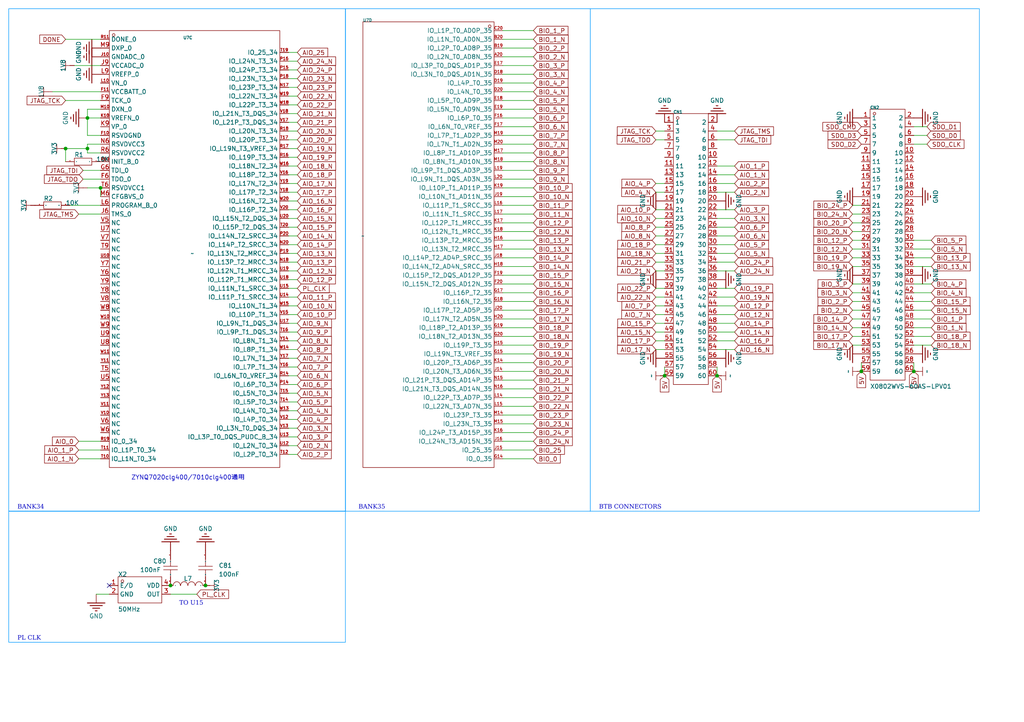
<source format=kicad_sch>
(kicad_sch (version 20231120) (generator "eeschema") (generator_version "8.0")
  (paper "User" 297.434 209.804)
  (lib_symbols
    (symbol "Power-VCC_1" (power) (pin_numbers hide) (pin_names hide)
      (symbol "Power-VCC_1_1_0"
        (pin power_in line (at 0 0 90) (length 1.27) (name "1V8") (number "1"))
      )
    )
    (symbol "Power-VCC_2" (power) (pin_numbers hide) (pin_names hide)
      (symbol "Power-VCC_2_1_0"
        (pin power_in line (at 0 0 90) (length 1.27) (name "1V8") (number "1"))
      )
    )
    (symbol "ProDocument_ZYNQ7020_V1_2024-04-10:5-Voltage" (power) (pin_numbers hide) (pin_names hide)
      (symbol "5-Voltage_1_0"
        (pin power_in line (at 0 0 90) (length 1.27) (name "") (number "1"))
      )
    )
    (symbol "ProDocument_ZYNQ7020_V1_2024-04-10:CapAcitance"
      (symbol "CapAcitance_1_0"
        (pin input line (at -5.08 0 0) (length 2.54) (name "1") (number "1"))
        (pin input line (at 5.08 0 180) (length 2.54) (name "2") (number "2"))
      )
    )
    (symbol "ProDocument_ZYNQ7020_V1_2024-04-10:Ground-GND" (power) (pin_numbers hide) (pin_names hide)
      (symbol "Ground-GND_1_0"
        (pin power_in line (at 0 0 270) (length 2.54) (name "GND") (number "1"))
      )
    )
    (symbol "ProDocument_ZYNQ7020_V1_2024-04-10:OT252050MJBA4SL"
      (property "Reference" "X?" (at 0 0 0))
      (symbol "OT252050MJBA4SL_1_0"
        (pin unspecified line (at -8.89 1.27 0) (length 2.54) (name "E/D") (number "1"))
        (pin unspecified line (at -8.89 -1.27 0) (length 2.54) (name "GND") (number "2"))
        (pin unspecified line (at 8.89 -1.27 180) (length 2.54) (name "OUT") (number "3"))
        (pin unspecified line (at 8.89 1.27 180) (length 2.54) (name "VDD") (number "4"))
      )
    )
    (symbol "ProDocument_ZYNQ7020_V1_2024-04-10:Power-VCC" (power) (pin_numbers hide) (pin_names hide)
      (symbol "Power-VCC_1_0"
        (pin power_in line (at 0 0 90) (length 1.27) (name "3V3") (number "1"))
      )
    )
    (symbol "ProDocument_ZYNQ7020_V1_2024-04-10:SDFL1608S100KTF"
      (property "Reference" "L?" (at 0 0 0))
      (symbol "SDFL1608S100KTF_1_0"
        (pin input line (at -5.08 0 0) (length 0.762) (name "1") (number "1"))
        (pin input line (at 5.08 0 180) (length 0.762) (name "2") (number "2"))
      )
    )
    (symbol "ProDocument_ZYNQ7020_V1_2024-04-10:X0802WVS-60ADS-LPV01"
      (property "Reference" "CN?" (at 0 0 0))
      (symbol "X0802WVS-60ADS-LPV01_1_0"
        (pin input line (at -7.62 36.83 0) (length 2.54) (name "1") (number "1"))
        (pin input line (at 7.62 26.67 180) (length 2.54) (name "10") (number "10"))
        (pin input line (at -7.62 24.13 0) (length 2.54) (name "11") (number "11"))
        (pin input line (at 7.62 24.13 180) (length 2.54) (name "12") (number "12"))
        (pin input line (at -7.62 21.59 0) (length 2.54) (name "13") (number "13"))
        (pin input line (at 7.62 21.59 180) (length 2.54) (name "14") (number "14"))
        (pin input line (at -7.62 19.05 0) (length 2.54) (name "15") (number "15"))
        (pin input line (at 7.62 19.05 180) (length 2.54) (name "16") (number "16"))
        (pin input line (at -7.62 16.51 0) (length 2.54) (name "17") (number "17"))
        (pin input line (at 7.62 16.51 180) (length 2.54) (name "18") (number "18"))
        (pin input line (at -7.62 13.97 0) (length 2.54) (name "19") (number "19"))
        (pin input line (at 7.62 36.83 180) (length 2.54) (name "2") (number "2"))
        (pin input line (at 7.62 13.97 180) (length 2.54) (name "20") (number "20"))
        (pin input line (at -7.62 11.43 0) (length 2.54) (name "21") (number "21"))
        (pin input line (at 7.62 11.43 180) (length 2.54) (name "22") (number "22"))
        (pin input line (at -7.62 8.89 0) (length 2.54) (name "23") (number "23"))
        (pin input line (at 7.62 8.89 180) (length 2.54) (name "24") (number "24"))
        (pin input line (at -7.62 6.35 0) (length 2.54) (name "25") (number "25"))
        (pin input line (at 7.62 6.35 180) (length 2.54) (name "26") (number "26"))
        (pin input line (at -7.62 3.81 0) (length 2.54) (name "27") (number "27"))
        (pin input line (at 7.62 3.81 180) (length 2.54) (name "28") (number "28"))
        (pin input line (at -7.62 1.27 0) (length 2.54) (name "29") (number "29"))
        (pin input line (at -7.62 34.29 0) (length 2.54) (name "3") (number "3"))
        (pin input line (at 7.62 1.27 180) (length 2.54) (name "30") (number "30"))
        (pin input line (at -7.62 -1.27 0) (length 2.54) (name "31") (number "31"))
        (pin input line (at 7.62 -1.27 180) (length 2.54) (name "32") (number "32"))
        (pin input line (at -7.62 -3.81 0) (length 2.54) (name "33") (number "33"))
        (pin input line (at 7.62 -3.81 180) (length 2.54) (name "34") (number "34"))
        (pin input line (at -7.62 -6.35 0) (length 2.54) (name "35") (number "35"))
        (pin input line (at 7.62 -6.35 180) (length 2.54) (name "36") (number "36"))
        (pin input line (at -7.62 -8.89 0) (length 2.54) (name "37") (number "37"))
        (pin input line (at 7.62 -8.89 180) (length 2.54) (name "38") (number "38"))
        (pin input line (at -7.62 -11.43 0) (length 2.54) (name "39") (number "39"))
        (pin input line (at 7.62 34.29 180) (length 2.54) (name "4") (number "4"))
        (pin input line (at 7.62 -11.43 180) (length 2.54) (name "40") (number "40"))
        (pin input line (at -7.62 -13.97 0) (length 2.54) (name "41") (number "41"))
        (pin input line (at 7.62 -13.97 180) (length 2.54) (name "42") (number "42"))
        (pin input line (at -7.62 -16.51 0) (length 2.54) (name "43") (number "43"))
        (pin input line (at 7.62 -16.51 180) (length 2.54) (name "44") (number "44"))
        (pin input line (at -7.62 -19.05 0) (length 2.54) (name "45") (number "45"))
        (pin input line (at 7.62 -19.05 180) (length 2.54) (name "46") (number "46"))
        (pin input line (at -7.62 -21.59 0) (length 2.54) (name "47") (number "47"))
        (pin input line (at 7.62 -21.59 180) (length 2.54) (name "48") (number "48"))
        (pin input line (at -7.62 -24.13 0) (length 2.54) (name "49") (number "49"))
        (pin input line (at -7.62 31.75 0) (length 2.54) (name "5") (number "5"))
        (pin input line (at 7.62 -24.13 180) (length 2.54) (name "50") (number "50"))
        (pin input line (at -7.62 -26.67 0) (length 2.54) (name "51") (number "51"))
        (pin input line (at 7.62 -26.67 180) (length 2.54) (name "52") (number "52"))
        (pin input line (at -7.62 -29.21 0) (length 2.54) (name "53") (number "53"))
        (pin input line (at 7.62 -29.21 180) (length 2.54) (name "54") (number "54"))
        (pin input line (at -7.62 -31.75 0) (length 2.54) (name "55") (number "55"))
        (pin input line (at 7.62 -31.75 180) (length 2.54) (name "56") (number "56"))
        (pin input line (at -7.62 -34.29 0) (length 2.54) (name "57") (number "57"))
        (pin input line (at 7.62 -34.29 180) (length 2.54) (name "58") (number "58"))
        (pin input line (at -7.62 -36.83 0) (length 2.54) (name "59") (number "59"))
        (pin input line (at 7.62 31.75 180) (length 2.54) (name "6") (number "6"))
        (pin input line (at 7.62 -36.83 180) (length 2.54) (name "60") (number "60"))
        (pin input line (at -7.62 29.21 0) (length 2.54) (name "7") (number "7"))
        (pin input line (at 7.62 29.21 180) (length 2.54) (name "8") (number "8"))
        (pin input line (at -7.62 26.67 0) (length 2.54) (name "9") (number "9"))
      )
    )
    (symbol "ProDocument_ZYNQ7020_V1_2024-04-10:XC7Z010-1CLG400C"
      (property "Reference" "U7" (at 0 62.23 0))
      (property "Value" "~" (at 0 0 0))
      (symbol "XC7Z010-1CLG400C_1_0"
        (pin input line (at 7.62 10.16 180) (length 2.54) (name "PS_MIO6_500") (number "A5"))
        (pin input line (at 7.62 12.7 180) (length 2.54) (name "PS_MIO5_500") (number "A6"))
        (pin input line (at 7.62 22.86 180) (length 2.54) (name "PS_MIO1_500") (number "A7"))
        (pin input line (at 7.62 2.54 180) (length 2.54) (name "PS_MIO9_500") (number "B5"))
        (pin input line (at 7.62 15.24 180) (length 2.54) (name "PS_MIO4_500") (number "B7"))
        (pin input line (at 7.62 20.32 180) (length 2.54) (name "PS_MIO2_500") (number "B8"))
        (pin input line (at 7.62 -10.16 180) (length 2.54) (name "PS_MIO14_500") (number "C5"))
        (pin input line (at 7.62 -2.54 180) (length 2.54) (name "PS_MIO11_500") (number "C6"))
        (pin input line (at 7.62 -16.51 180) (length 2.54) (name "PS_POR_B_500") (number "C7"))
        (pin input line (at 7.62 -12.7 180) (length 2.54) (name "PS_MIO15_500") (number "C8"))
        (pin input line (at 7.62 5.08 180) (length 2.54) (name "PS_MIO8_500") (number "D5"))
        (pin input line (at 7.62 17.78 180) (length 2.54) (name "PS_MIO3_500") (number "D6"))
        (pin input line (at 7.62 7.62 180) (length 2.54) (name "PS_MIO7_500") (number "D8"))
        (pin input line (at 7.62 -5.08 180) (length 2.54) (name "PS_MIO12_500") (number "D9"))
        (pin input line (at 7.62 25.4 180) (length 2.54) (name "PS_MIO0_500") (number "E6"))
        (pin input line (at 7.62 -20.32 180) (length 2.54) (name "PS_CLK_500") (number "E7"))
        (pin input line (at 7.62 -7.62 180) (length 2.54) (name "PS_MIO13_500") (number "E8"))
        (pin input line (at 7.62 0 180) (length 2.54) (name "PS_MIO10_500") (number "E9"))
      )
      (symbol "XC7Z010-1CLG400C_2_0"
        (pin input line (at 8.89 -20.32 180) (length 2.54) (name "PS_MIO37_501") (number "A10"))
        (pin input line (at 8.89 -17.78 180) (length 2.54) (name "PS_MIO36_501") (number "A11"))
        (pin input line (at 8.89 -12.7 180) (length 2.54) (name "PS_MIO34_501") (number "A12"))
        (pin input line (at 8.89 -7.62 180) (length 2.54) (name "PS_MIO32_501") (number "A14"))
        (pin input line (at 8.89 7.62 180) (length 2.54) (name "PS_MIO26_501") (number "A15"))
        (pin input line (at 8.89 12.7 180) (length 2.54) (name "PS_MIO24_501") (number "A16"))
        (pin input line (at 8.89 22.86 180) (length 2.54) (name "PS_MIO20_501") (number "A17"))
        (pin input line (at 8.89 33.02 180) (length 2.54) (name "PS_MIO16_501") (number "A19"))
        (pin input line (at 8.89 -35.56 180) (length 2.54) (name "PS_MIO43_501") (number "A9"))
        (pin input line (at 8.89 -66.04 180) (length 2.54) (name "PS_SRST_B_501") (number "B10"))
        (pin input line (at 8.89 -48.26 180) (length 2.54) (name "PS_MIO48_501") (number "B12"))
        (pin input line (at 8.89 -53.34 180) (length 2.54) (name "PS_MIO50_501") (number "B13"))
        (pin input line (at 8.89 -45.72 180) (length 2.54) (name "PS_MIO47_501") (number "B14"))
        (pin input line (at 8.89 -40.64 180) (length 2.54) (name "PS_MIO45_501") (number "B15"))
        (pin input line (at 8.89 17.78 180) (length 2.54) (name "PS_MIO22_501") (number "B17"))
        (pin input line (at 8.89 27.94 180) (length 2.54) (name "PS_MIO18_501") (number "B18"))
        (pin input line (at 8.89 -55.88 180) (length 2.54) (name "PS_MIO51_501") (number "B9"))
        (pin input line (at 8.89 -58.42 180) (length 2.54) (name "PS_MIO52_501") (number "C10"))
        (pin input line (at 8.89 -60.96 180) (length 2.54) (name "PS_MIO53_501") (number "C11"))
        (pin input line (at 8.89 -50.8 180) (length 2.54) (name "PS_MIO49_501") (number "C12"))
        (pin input line (at 8.89 0 180) (length 2.54) (name "PS_MIO29_501") (number "C13"))
        (pin input line (at 8.89 -2.54 180) (length 2.54) (name "PS_MIO30_501") (number "C15"))
        (pin input line (at 8.89 2.54 180) (length 2.54) (name "PS_MIO28_501") (number "C16"))
        (pin input line (at 8.89 -30.48 180) (length 2.54) (name "PS_MIO41_501") (number "C17"))
        (pin input line (at 8.89 -25.4 180) (length 2.54) (name "PS_MIO39_501") (number "C18"))
        (pin input line (at 8.89 25.4 180) (length 2.54) (name "PS_MIO19_501") (number "D10"))
        (pin input line (at 8.89 15.24 180) (length 2.54) (name "PS_MIO23_501") (number "D11"))
        (pin input line (at 8.89 5.08 180) (length 2.54) (name "PS_MIO27_501") (number "D13"))
        (pin input line (at 8.89 -27.94 180) (length 2.54) (name "PS_MIO40_501") (number "D14"))
        (pin input line (at 8.89 -10.16 180) (length 2.54) (name "PS_MIO33_501") (number "D15"))
        (pin input line (at 8.89 -43.18 180) (length 2.54) (name "PS_MIO46_501") (number "D16"))
        (pin input line (at 8.89 39.37 180) (length 2.54) (name "PS_MIO_VREF_501") (number "E11"))
        (pin input line (at 8.89 -33.02 180) (length 2.54) (name "PS_MIO42_501") (number "E12"))
        (pin input line (at 8.89 -22.86 180) (length 2.54) (name "PS_MIO38_501") (number "E13"))
        (pin input line (at 8.89 30.48 180) (length 2.54) (name "PS_MIO17_501") (number "E14"))
        (pin input line (at 8.89 -5.08 180) (length 2.54) (name "PS_MIO31_501") (number "E16"))
        (pin input line (at 8.89 -15.24 180) (length 2.54) (name "PS_MIO35_501") (number "F12"))
        (pin input line (at 8.89 -38.1 180) (length 2.54) (name "PS_MIO44_501") (number "F13"))
        (pin input line (at 8.89 20.32 180) (length 2.54) (name "PS_MIO21_501") (number "F14"))
        (pin input line (at 8.89 10.16 180) (length 2.54) (name "PS_MIO25_501") (number "F15"))
      )
      (symbol "XC7Z010-1CLG400C_3_0"
        (pin input line (at -26.67 34.29 0) (length 2.54) (name "RSVDGND") (number "F10"))
        (pin input line (at -26.67 46.99 0) (length 2.54) (name "VCCBATT_0") (number "F11"))
        (pin input line (at -26.67 21.59 0) (length 2.54) (name "TDO_0") (number "F6"))
        (pin input line (at -26.67 44.45 0) (length 2.54) (name "TCK_0") (number "F9"))
        (pin input line (at -26.67 24.13 0) (length 2.54) (name "TDI_0") (number "G6"))
        (pin input line (at -26.67 57.15 0) (length 2.54) (name "GNDADC_0") (number "J10"))
        (pin input line (at -26.67 11.43 0) (length 2.54) (name "TMS_0") (number "J6"))
        (pin input line (at -26.67 54.61 0) (length 2.54) (name "VCCADC_0") (number "J9"))
        (pin input line (at -26.67 39.37 0) (length 2.54) (name "VREFN_0") (number "K10"))
        (pin input line (at -26.67 36.83 0) (length 2.54) (name "VP_0") (number "K9"))
        (pin input line (at -26.67 49.53 0) (length 2.54) (name "VN_0") (number "L10"))
        (pin input line (at -26.67 13.97 0) (length 2.54) (name "PROGRAM_B_0") (number "L6"))
        (pin input line (at -26.67 52.07 0) (length 2.54) (name "VREFP_0") (number "L9"))
        (pin input line (at -26.67 41.91 0) (length 2.54) (name "DXN_0") (number "M10"))
        (pin input line (at -26.67 16.51 0) (length 2.54) (name "CFGBVS_0") (number "M6"))
        (pin input line (at -26.67 59.69 0) (length 2.54) (name "DXP_0") (number "M9"))
        (pin input line (at 27.94 48.26 180) (length 2.54) (name "IO_L23P_T3_34") (number "N17"))
        (pin input line (at 27.94 -2.54 180) (length 2.54) (name "IO_L13P_T2_MRCC_34") (number "N18"))
        (pin input line (at 27.94 2.54 180) (length 2.54) (name "IO_L14P_T2_SRCC_34") (number "N20"))
        (pin input line (at -26.67 31.75 0) (length 2.54) (name "RSVDVCC3") (number "N6"))
        (pin input line (at 27.94 -38.1 180) (length 2.54) (name "IO_L6P_T0_34") (number "P14"))
        (pin input line (at 27.94 53.34 180) (length 2.54) (name "IO_L24P_T3_34") (number "P15"))
        (pin input line (at 27.94 55.88 180) (length 2.54) (name "IO_L24N_T3_34") (number "P16"))
        (pin input line (at 27.94 50.8 180) (length 2.54) (name "IO_L23N_T3_34") (number "P18"))
        (pin input line (at 27.94 0 180) (length 2.54) (name "IO_L13N_T2_MRCC_34") (number "P19"))
        (pin input line (at 27.94 5.08 180) (length 2.54) (name "IO_L14N_T2_SRCC_34") (number "P20"))
        (pin input line (at -26.67 26.67 0) (length 2.54) (name "INIT_B_0") (number "R10"))
        (pin input line (at -26.67 62.23 0) (length 2.54) (name "DONE_0") (number "R11"))
        (pin input line (at 27.94 -35.56 180) (length 2.54) (name "IO_L6N_T0_VREF_34") (number "R14"))
        (pin input line (at 27.94 27.94 180) (length 2.54) (name "IO_L19P_T3_34") (number "R16"))
        (pin input line (at 27.94 30.48 180) (length 2.54) (name "IO_L19N_T3_VREF_34") (number "R17"))
        (pin input line (at 27.94 35.56 180) (length 2.54) (name "IO_L20N_T3_34") (number "R18"))
        (pin input line (at -26.67 -54.61 0) (length 2.54) (name "IO_0_34") (number "R19"))
        (pin input line (at -26.67 29.21 0) (length 2.54) (name "RSVDVCC2") (number "R6"))
        (pin input line (at -26.67 -59.69 0) (length 2.54) (name "IO_L1N_T0_34") (number "T10"))
        (pin input line (at -26.67 -57.15 0) (length 2.54) (name "IO_L1P_T0_34") (number "T11"))
        (pin input line (at 27.94 -58.42 180) (length 2.54) (name "IO_L2P_T0_34") (number "T12"))
        (pin input line (at 27.94 -43.18 180) (length 2.54) (name "IO_L5P_T0_34") (number "T14"))
        (pin input line (at 27.94 -40.64 180) (length 2.54) (name "IO_L5N_T0_34") (number "T15"))
        (pin input line (at 27.94 -22.86 180) (length 2.54) (name "IO_L9P_T1_DQS_34") (number "T16"))
        (pin input line (at 27.94 33.02 180) (length 2.54) (name "IO_L20P_T3_34") (number "T17"))
        (pin input line (at 27.94 58.42 180) (length 2.54) (name "IO_25_34") (number "T19"))
        (pin input line (at 27.94 7.62 180) (length 2.54) (name "IO_L15P_T2_DQS_34") (number "T20"))
        (pin input line (at -26.67 -34.29 0) (length 2.54) (name "NC") (number "T5"))
        (pin input line (at -26.67 19.05 0) (length 2.54) (name "RSVDVCC1") (number "T6"))
        (pin input line (at -26.67 1.27 0) (length 2.54) (name "NC") (number "T9"))
        (pin input line (at -26.67 -1.27 0) (length 2.54) (name "NC") (number "U10"))
        (pin input line (at 27.94 -55.88 180) (length 2.54) (name "IO_L2N_T0_34") (number "U12"))
        (pin input line (at 27.94 -53.34 180) (length 2.54) (name "IO_L3P_T0_DQS_PUDC_B_34") (number "U13"))
        (pin input line (at 27.94 -12.7 180) (length 2.54) (name "IO_L11P_T1_SRCC_34") (number "U14"))
        (pin input line (at 27.94 -10.16 180) (length 2.54) (name "IO_L11N_T1_SRCC_34") (number "U15"))
        (pin input line (at 27.94 -20.32 180) (length 2.54) (name "IO_L9N_T1_DQS_34") (number "U17"))
        (pin input line (at 27.94 -7.62 180) (length 2.54) (name "IO_L12P_T1_MRCC_34") (number "U18"))
        (pin input line (at 27.94 -5.08 180) (length 2.54) (name "IO_L12N_T1_MRCC_34") (number "U19"))
        (pin input line (at 27.94 10.16 180) (length 2.54) (name "IO_L15N_T2_DQS_34") (number "U20"))
        (pin input line (at -26.67 -36.83 0) (length 2.54) (name "NC") (number "U5"))
        (pin input line (at -26.67 6.35 0) (length 2.54) (name "NC") (number "U7"))
        (pin input line (at -26.67 -26.67 0) (length 2.54) (name "NC") (number "U8"))
        (pin input line (at -26.67 -24.13 0) (length 2.54) (name "NC") (number "U9"))
        (pin input line (at -26.67 -46.99 0) (length 2.54) (name "NC") (number "V10"))
        (pin input line (at -26.67 -44.45 0) (length 2.54) (name "NC") (number "V11"))
        (pin input line (at 27.94 -48.26 180) (length 2.54) (name "IO_L4P_T0_34") (number "V12"))
        (pin input line (at 27.94 -50.8 180) (length 2.54) (name "IO_L3N_T0_DQS_34") (number "V13"))
        (pin input line (at 27.94 -17.78 180) (length 2.54) (name "IO_L10P_T1_34") (number "V15"))
        (pin input line (at 27.94 22.86 180) (length 2.54) (name "IO_L18P_T2_34") (number "V16"))
        (pin input line (at 27.94 38.1 180) (length 2.54) (name "IO_L21P_T3_DQS_34") (number "V17"))
        (pin input line (at 27.94 40.64 180) (length 2.54) (name "IO_L21N_T3_DQS_34") (number "V18"))
        (pin input line (at 27.94 12.7 180) (length 2.54) (name "IO_L16P_T2_34") (number "V20"))
        (pin input line (at -26.67 8.89 0) (length 2.54) (name "NC") (number "V5"))
        (pin input line (at -26.67 -49.53 0) (length 2.54) (name "NC") (number "V6"))
        (pin input line (at -26.67 3.81 0) (length 2.54) (name "NC") (number "V7"))
        (pin input line (at -26.67 -13.97 0) (length 2.54) (name "NC") (number "V8"))
        (pin input line (at -26.67 -19.05 0) (length 2.54) (name "NC") (number "W10"))
        (pin input line (at -26.67 -29.21 0) (length 2.54) (name "NC") (number "W11"))
        (pin input line (at 27.94 -45.72 180) (length 2.54) (name "IO_L4N_T0_34") (number "W13"))
        (pin input line (at 27.94 -27.94 180) (length 2.54) (name "IO_L8P_T1_34") (number "W14"))
        (pin input line (at 27.94 -15.24 180) (length 2.54) (name "IO_L10N_T1_34") (number "W15"))
        (pin input line (at 27.94 25.4 180) (length 2.54) (name "IO_L18N_T2_34") (number "W16"))
        (pin input line (at 27.94 43.18 180) (length 2.54) (name "IO_L22P_T3_34") (number "W18"))
        (pin input line (at 27.94 45.72 180) (length 2.54) (name "IO_L22N_T3_34") (number "W19"))
        (pin input line (at 27.94 15.24 180) (length 2.54) (name "IO_L16N_T2_34") (number "W20"))
        (pin input line (at -26.67 -52.07 0) (length 2.54) (name "NC") (number "W6"))
        (pin input line (at -26.67 -16.51 0) (length 2.54) (name "NC") (number "W8"))
        (pin input line (at -26.67 -21.59 0) (length 2.54) (name "NC") (number "W9"))
        (pin input line (at -26.67 -31.75 0) (length 2.54) (name "NC") (number "Y11"))
        (pin input line (at -26.67 -39.37 0) (length 2.54) (name "NC") (number "Y12"))
        (pin input line (at -26.67 -41.91 0) (length 2.54) (name "NC") (number "Y13"))
        (pin input line (at 27.94 -25.4 180) (length 2.54) (name "IO_L8N_T1_34") (number "Y14"))
        (pin input line (at 27.94 -33.02 180) (length 2.54) (name "IO_L7P_T1_34") (number "Y16"))
        (pin input line (at 27.94 -30.48 180) (length 2.54) (name "IO_L7N_T1_34") (number "Y17"))
        (pin input line (at 27.94 17.78 180) (length 2.54) (name "IO_L17P_T2_34") (number "Y18"))
        (pin input line (at 27.94 20.32 180) (length 2.54) (name "IO_L17N_T2_34") (number "Y19"))
        (pin input line (at -26.67 -6.35 0) (length 2.54) (name "NC") (number "Y6"))
        (pin input line (at -26.67 -3.81 0) (length 2.54) (name "NC") (number "Y7"))
        (pin input line (at -26.67 -11.43 0) (length 2.54) (name "NC") (number "Y8"))
        (pin input line (at -26.67 -8.89 0) (length 2.54) (name "NC") (number "Y9"))
      )
      (symbol "XC7Z010-1CLG400C_4_0"
        (pin input line (at -40.64 52.07 0) (length 2.54) (name "IO_L2N_T0_AD8N_35") (number "A20"))
        (pin input line (at -40.64 54.61 0) (length 2.54) (name "IO_L2P_T0_AD8P_35") (number "B19"))
        (pin input line (at -40.64 57.15 0) (length 2.54) (name "IO_L1N_T0_AD0N_35") (number "B20"))
        (pin input line (at -40.64 59.69 0) (length 2.54) (name "IO_L1P_T0_AD0P_35") (number "C20"))
        (pin input line (at -40.64 46.99 0) (length 2.54) (name "IO_L3N_T0_DQS_AD1N_35") (number "D18"))
        (pin input line (at -40.64 44.45 0) (length 2.54) (name "IO_L4P_T0_35") (number "D19"))
        (pin input line (at -40.64 41.91 0) (length 2.54) (name "IO_L4N_T0_35") (number "D20"))
        (pin input line (at -40.64 49.53 0) (length 2.54) (name "IO_L3P_T0_DQS_AD1P_35") (number "E17"))
        (pin input line (at -40.64 39.37 0) (length 2.54) (name "IO_L5P_T0_AD9P_35") (number "E18"))
        (pin input line (at -40.64 36.83 0) (length 2.54) (name "IO_L5N_T0_AD9N_35") (number "E19"))
        (pin input line (at -40.64 34.29 0) (length 2.54) (name "IO_L6P_T0_35") (number "F16"))
        (pin input line (at -40.64 31.75 0) (length 2.54) (name "IO_L6N_T0_VREF_35") (number "F17"))
        (pin input line (at -40.64 -11.43 0) (length 2.54) (name "IO_L15P_T2_DQS_AD12P_35") (number "F19"))
        (pin input line (at -40.64 -13.97 0) (length 2.54) (name "IO_L15N_T2_DQS_AD12N_35") (number "F20"))
        (pin input line (at -40.64 -64.77 0) (length 2.54) (name "IO_0_35") (number "G14"))
        (pin input line (at -40.64 -34.29 0) (length 2.54) (name "IO_L19N_T3_VREF_35") (number "G15"))
        (pin input line (at -40.64 -16.51 0) (length 2.54) (name "IO_L16P_T2_35") (number "G17"))
        (pin input line (at -40.64 -19.05 0) (length 2.54) (name "IO_L16N_T2_35") (number "G18"))
        (pin input line (at -40.64 -26.67 0) (length 2.54) (name "IO_L18P_T2_AD13P_35") (number "G19"))
        (pin input line (at -40.64 -29.21 0) (length 2.54) (name "IO_L18N_T2_AD13N_35") (number "G20"))
        (pin input line (at -40.64 -31.75 0) (length 2.54) (name "IO_L19P_T3_35") (number "H15"))
        (pin input line (at -40.64 -1.27 0) (length 2.54) (name "IO_L13P_T2_MRCC_35") (number "H16"))
        (pin input line (at -40.64 -3.81 0) (length 2.54) (name "IO_L13N_T2_MRCC_35") (number "H17"))
        (pin input line (at -40.64 -8.89 0) (length 2.54) (name "IO_L14N_T2_AD4N_SRCC_35") (number "H18"))
        (pin input line (at -40.64 -24.13 0) (length 2.54) (name "IO_L17N_T2_AD5N_35") (number "H20"))
        (pin input line (at -40.64 -39.37 0) (length 2.54) (name "IO_L20N_T3_AD6N_35") (number "J14"))
        (pin input line (at -40.64 -62.23 0) (length 2.54) (name "IO_25_35") (number "J15"))
        (pin input line (at -40.64 -59.69 0) (length 2.54) (name "IO_L24N_T3_AD15N_35") (number "J16"))
        (pin input line (at -40.64 -6.35 0) (length 2.54) (name "IO_L14P_T2_AD4P_SRCC_35") (number "J18"))
        (pin input line (at -40.64 11.43 0) (length 2.54) (name "IO_L10N_T1_AD11N_35") (number "J19"))
        (pin input line (at -40.64 -21.59 0) (length 2.54) (name "IO_L17P_T2_AD5P_35") (number "J20"))
        (pin input line (at -40.64 -36.83 0) (length 2.54) (name "IO_L20P_T3_AD6P_35") (number "K14"))
        (pin input line (at -40.64 -57.15 0) (length 2.54) (name "IO_L24P_T3_AD15P_35") (number "K16"))
        (pin input line (at -40.64 3.81 0) (length 2.54) (name "IO_L12P_T1_MRCC_35") (number "K17"))
        (pin input line (at -40.64 1.27 0) (length 2.54) (name "IO_L12N_T1_MRCC_35") (number "K18"))
        (pin input line (at -40.64 13.97 0) (length 2.54) (name "IO_L10P_T1_AD11P_35") (number "K19"))
        (pin input line (at -40.64 -46.99 0) (length 2.54) (name "IO_L22P_T3_AD7P_35") (number "L14"))
        (pin input line (at -40.64 -49.53 0) (length 2.54) (name "IO_L22N_T3_AD7N_35") (number "L15"))
        (pin input line (at -40.64 8.89 0) (length 2.54) (name "IO_L11P_T1_SRCC_35") (number "L16"))
        (pin input line (at -40.64 6.35 0) (length 2.54) (name "IO_L11N_T1_SRCC_35") (number "L17"))
        (pin input line (at -40.64 19.05 0) (length 2.54) (name "IO_L9P_T1_DQS_AD3P_35") (number "L19"))
        (pin input line (at -40.64 16.51 0) (length 2.54) (name "IO_L9N_T1_DQS_AD3N_35") (number "L20"))
        (pin input line (at -40.64 -52.07 0) (length 2.54) (name "IO_L23P_T3_35") (number "M14"))
        (pin input line (at -40.64 -54.61 0) (length 2.54) (name "IO_L23N_T3_35") (number "M15"))
        (pin input line (at -40.64 24.13 0) (length 2.54) (name "IO_L8P_T1_AD10P_35") (number "M17"))
        (pin input line (at -40.64 21.59 0) (length 2.54) (name "IO_L8N_T1_AD10N_35") (number "M18"))
        (pin input line (at -40.64 29.21 0) (length 2.54) (name "IO_L7P_T1_AD2P_35") (number "M19"))
        (pin input line (at -40.64 26.67 0) (length 2.54) (name "IO_L7N_T1_AD2N_35") (number "M20"))
        (pin input line (at -40.64 -41.91 0) (length 2.54) (name "IO_L21P_T3_DQS_AD14P_35") (number "N15"))
        (pin input line (at -40.64 -44.45 0) (length 2.54) (name "IO_L21N_T3_DQS_AD14N_35") (number "N16"))
      )
      (symbol "XC7Z010-1CLG400C_5_0"
        (pin input line (at -35.56 6.35 0) (length 2.54) (name "PS_DDR_DM0_502") (number "A1"))
        (pin input line (at -35.56 11.43 0) (length 2.54) (name "PS_DDR_DQ2_502") (number "A2"))
        (pin input line (at -35.56 8.89 0) (length 2.54) (name "PS_DDR_DQ3_502") (number "A4"))
        (pin input line (at -35.56 1.27 0) (length 2.54) (name "PS_DDR_DQS_N0_502") (number "B2"))
        (pin input line (at -35.56 13.97 0) (length 2.54) (name "PS_DDR_DQ1_502") (number "B3"))
        (pin input line (at -35.56 19.05 0) (length 2.54) (name "PS_DDR_DRST_B_502") (number "B4"))
        (pin input line (at -35.56 -6.35 0) (length 2.54) (name "PS_DDR_DQ6_502") (number "C1"))
        (pin input line (at -35.56 3.81 0) (length 2.54) (name "PS_DDR_DQS_P0_502") (number "C2"))
        (pin input line (at -35.56 16.51 0) (length 2.54) (name "PS_DDR_DQ0_502") (number "C3"))
        (pin input line (at -35.56 -3.81 0) (length 2.54) (name "PS_DDR_DQ5_502") (number "D1"))
        (pin input line (at -35.56 -1.27 0) (length 2.54) (name "PS_DDR_DQ4_502") (number "D3"))
        (pin input line (at -35.56 -41.91 0) (length 2.54) (name "PS_DDR_A13_502") (number "D4"))
        (pin input line (at -35.56 -8.89 0) (length 2.54) (name "PS_DDR_DQ7_502") (number "E1"))
        (pin input line (at -35.56 -11.43 0) (length 2.54) (name "PS_DDR_DQ8_502") (number "E2"))
        (pin input line (at -35.56 -13.97 0) (length 2.54) (name "PS_DDR_DQ9_502") (number "E3"))
        (pin input line (at -35.56 -44.45 0) (length 2.54) (name "PS_DDR_A12_502") (number "E4"))
        (pin input line (at -35.56 -21.59 0) (length 2.54) (name "PS_DDR_DM1_502") (number "F1"))
        (pin input line (at -35.56 -26.67 0) (length 2.54) (name "PS_DDR_DQS_N1_502") (number "F2"))
        (pin input line (at -35.56 -39.37 0) (length 2.54) (name "PS_DDR_A14_502") (number "F4"))
        (pin input line (at -35.56 -49.53 0) (length 2.54) (name "PS_DDR_A10_502") (number "F5"))
        (pin input line (at -35.56 -24.13 0) (length 2.54) (name "PS_DDR_DQS_P1_502") (number "G2"))
        (pin input line (at -35.56 -16.51 0) (length 2.54) (name "PS_DDR_DQ10_502") (number "G3"))
        (pin input line (at -35.56 -46.99 0) (length 2.54) (name "PS_DDR_A11_502") (number "G4"))
        (pin input line (at 33.02 -40.64 180) (length 2.54) (name "PS_DDR_VRN_502") (number "G5"))
        (pin input line (at -35.56 -34.29 0) (length 2.54) (name "PS_DDR_DQ14_502") (number "H1"))
        (pin input line (at -35.56 -31.75 0) (length 2.54) (name "PS_DDR_DQ13_502") (number "H2"))
        (pin input line (at -35.56 -19.05 0) (length 2.54) (name "PS_DDR_DQ11_502") (number "H3"))
        (pin input line (at 33.02 -38.1 180) (length 2.54) (name "PS_DDR_VRP_502") (number "H5"))
        (pin input line (at -35.56 -36.83 0) (length 2.54) (name "PS_DDR_DQ15_502") (number "J1"))
        (pin input line (at -35.56 -29.21 0) (length 2.54) (name "PS_DDR_DQ12_502") (number "J3"))
        (pin input line (at -35.56 -52.07 0) (length 2.54) (name "PS_DDR_A9_502") (number "J4"))
        (pin input line (at 33.02 -22.86 180) (length 2.54) (name "PS_DDR_BA2_502") (number "J5"))
        (pin input line (at -35.56 -54.61 0) (length 2.54) (name "PS_DDR_A8_502") (number "K1"))
        (pin input line (at 33.02 -27.94 180) (length 2.54) (name "PS_DDR_A1_502") (number "K2"))
        (pin input line (at 33.02 -43.18 180) (length 2.54) (name "PS_DDR_A3_502") (number "K3"))
        (pin input line (at 33.02 -53.34 180) (length 2.54) (name "PS_DDR_A7_502") (number "K4"))
        (pin input line (at 33.02 -48.26 180) (length 2.54) (name "PS_DDR_A5_502") (number "L1"))
        (pin input line (at 33.02 -35.56 180) (length 2.54) (name "PS_DDR_CKP_502") (number "L2"))
        (pin input line (at 33.02 -50.8 180) (length 2.54) (name "PS_DDR_A6_502") (number "L4"))
        (pin input line (at 33.02 -17.78 180) (length 2.54) (name "PS_DDR_BA0_502") (number "L5"))
        (pin input line (at 33.02 -33.02 180) (length 2.54) (name "PS_DDR_CKN_502") (number "M2"))
        (pin input line (at 33.02 -30.48 180) (length 2.54) (name "PS_DDR_A2_502") (number "M3"))
        (pin input line (at 33.02 -45.72 180) (length 2.54) (name "PS_DDR_A4_502") (number "M4"))
        (pin input line (at 33.02 -7.62 180) (length 2.54) (name "PS_DDR_WE_B_502") (number "M5"))
        (pin input line (at 33.02 -12.7 180) (length 2.54) (name "PS_DDR_CS_B_502") (number "N1"))
        (pin input line (at 33.02 -25.4 180) (length 2.54) (name "PS_DDR_A0_502") (number "N2"))
        (pin input line (at 33.02 -10.16 180) (length 2.54) (name "PS_DDR_CKE_502") (number "N3"))
        (pin input line (at 33.02 -15.24 180) (length 2.54) (name "PS_DDR_ODT_502") (number "N5"))
        (pin input line (at 33.02 0 180) (length 2.54) (name "PS_DDR_DQ16_502") (number "P1"))
        (pin input line (at 33.02 2.54 180) (length 2.54) (name "PS_DDR_DQ17_502") (number "P3"))
        (pin input line (at 33.02 -2.54 180) (length 2.54) (name "PS_DDR_RAS_B_502") (number "P4"))
        (pin input line (at 33.02 -5.08 180) (length 2.54) (name "PS_DDR_CAS_B_502") (number "P5"))
        (pin input line (at 33.02 7.62 180) (length 2.54) (name "PS_DDR_DQ19_502") (number "R1"))
        (pin input line (at 33.02 12.7 180) (length 2.54) (name "PS_DDR_DQS_P2_502") (number "R2"))
        (pin input line (at 33.02 5.08 180) (length 2.54) (name "PS_DDR_DQ18_502") (number "R3"))
        (pin input line (at 33.02 -20.32 180) (length 2.54) (name "PS_DDR_BA1_502") (number "R4"))
        (pin input line (at 33.02 10.16 180) (length 2.54) (name "PS_DDR_DM2_502") (number "T1"))
        (pin input line (at 33.02 15.24 180) (length 2.54) (name "PS_DDR_DQS_N2_502") (number "T2"))
        (pin input line (at 33.02 17.78 180) (length 2.54) (name "PS_DDR_DQ20_502") (number "T4"))
        (pin input line (at 33.02 22.86 180) (length 2.54) (name "PS_DDR_DQ22_502") (number "U2"))
        (pin input line (at 33.02 25.4 180) (length 2.54) (name "PS_DDR_DQ23_502") (number "U3"))
        (pin input line (at 33.02 20.32 180) (length 2.54) (name "PS_DDR_DQ21_502") (number "U4"))
        (pin input line (at 33.02 27.94 180) (length 2.54) (name "PS_DDR_DQ24_502") (number "V1"))
        (pin input line (at 33.02 40.64 180) (length 2.54) (name "PS_DDR_DQ30_502") (number "V2"))
        (pin input line (at 33.02 48.26 180) (length 2.54) (name "PS_DDR_DQ31_502") (number "V3"))
        (pin input line (at 33.02 33.02 180) (length 2.54) (name "PS_DDR_DQ26_502") (number "W1"))
        (pin input line (at 33.02 50.8 180) (length 2.54) (name "PS_DDR_DQ29_502") (number "W3"))
        (pin input line (at 33.02 45.72 180) (length 2.54) (name "PS_DDR_DQS_N3_502") (number "W4"))
        (pin input line (at 33.02 53.34 180) (length 2.54) (name "PS_DDR_DQS_P3_502") (number "W5"))
        (pin input line (at 33.02 38.1 180) (length 2.54) (name "PS_DDR_DM3_502") (number "Y1"))
        (pin input line (at 33.02 43.18 180) (length 2.54) (name "PS_DDR_DQ28_502") (number "Y2"))
        (pin input line (at 33.02 30.48 180) (length 2.54) (name "PS_DDR_DQ25_502") (number "Y3"))
        (pin input line (at 33.02 35.56 180) (length 2.54) (name "PS_DDR_DQ27_502") (number "Y4"))
      )
      (symbol "XC7Z010-1CLG400C_6_0"
        (pin input line (at 22.86 63.5 180) (length 2.54) (name "VCCO_MIO1_501") (number "A13"))
        (pin input line (at -22.86 74.93 0) (length 2.54) (name "GND") (number "A18"))
        (pin input line (at 22.86 2.54 180) (length 2.54) (name "VCCO_DDR_502") (number "A3"))
        (pin input line (at -22.86 77.47 0) (length 2.54) (name "GND") (number "A8"))
        (pin input line (at -22.86 72.39 0) (length 2.54) (name "GND") (number "B1"))
        (pin input line (at -22.86 69.85 0) (length 2.54) (name "GND") (number "B11"))
        (pin input line (at 22.86 66.04 180) (length 2.54) (name "VCCO_MIO1_501") (number "B16"))
        (pin input line (at 22.86 58.42 180) (length 2.54) (name "VCCO_MIO0_500") (number "B6"))
        (pin input line (at -22.86 64.77 0) (length 2.54) (name "GND") (number "C14"))
        (pin input line (at 22.86 -17.78 180) (length 2.54) (name "VCCO_35") (number "C19"))
        (pin input line (at -22.86 67.31 0) (length 2.54) (name "GND") (number "C4"))
        (pin input line (at -22.86 13.97 0) (length 2.54) (name "GND") (number "C9"))
        (pin input line (at 22.86 68.58 180) (length 2.54) (name "VCCO_MIO1_501") (number "D12"))
        (pin input line (at -22.86 59.69 0) (length 2.54) (name "GND") (number "D17"))
        (pin input line (at 22.86 5.08 180) (length 2.54) (name "VCCO_DDR_502") (number "D2"))
        (pin input line (at 22.86 60.96 180) (length 2.54) (name "VCCO_MIO0_500") (number "D7"))
        (pin input line (at -22.86 57.15 0) (length 2.54) (name "GND") (number "E10"))
        (pin input line (at 22.86 71.12 180) (length 2.54) (name "VCCO_MIO1_501") (number "E15"))
        (pin input line (at -22.86 54.61 0) (length 2.54) (name "GND") (number "E20"))
        (pin input line (at 22.86 7.62 180) (length 2.54) (name "VCCO_DDR_502") (number "E5"))
        (pin input line (at 22.86 -15.24 180) (length 2.54) (name "VCCO_35") (number "F18"))
        (pin input line (at -22.86 52.07 0) (length 2.54) (name "GND") (number "F3"))
        (pin input line (at -22.86 49.53 0) (length 2.54) (name "GND") (number "F7"))
        (pin input line (at 22.86 33.02 180) (length 2.54) (name "VCCPAUX") (number "F8"))
        (pin input line (at 22.86 10.16 180) (length 2.54) (name "VCCO_DDR_502") (number "G1"))
        (pin input line (at -22.86 46.99 0) (length 2.54) (name "GND") (number "G10"))
        (pin input line (at 22.86 -2.54 180) (length 2.54) (name "VCCBRAM") (number "G11"))
        (pin input line (at -22.86 44.45 0) (length 2.54) (name "GND") (number "G12"))
        (pin input line (at -22.86 -72.39 0) (length 2.54) (name "VCCINT") (number "G13"))
        (pin input line (at -22.86 41.91 0) (length 2.54) (name "GND") (number "G16"))
        (pin input line (at 22.86 43.18 180) (length 2.54) (name "VCCPINT") (number "G7"))
        (pin input line (at 22.86 27.94 180) (length 2.54) (name "VCCPLL") (number "G8"))
        (pin input line (at 22.86 30.48 180) (length 2.54) (name "VCCPAUX") (number "G9"))
        (pin input line (at 22.86 0 180) (length 2.54) (name "VCCBRAM") (number "H10"))
        (pin input line (at -22.86 34.29 0) (length 2.54) (name "GND") (number "H11"))
        (pin input line (at -22.86 -74.93 0) (length 2.54) (name "VCCINT") (number "H12"))
        (pin input line (at -22.86 31.75 0) (length 2.54) (name "GND") (number "H13"))
        (pin input line (at 22.86 -12.7 180) (length 2.54) (name "VCCO_35") (number "H14"))
        (pin input line (at -22.86 29.21 0) (length 2.54) (name "GND") (number "H19"))
        (pin input line (at 22.86 12.7 180) (length 2.54) (name "VCCO_DDR_502") (number "H4"))
        (pin input line (at 22.86 73.66 180) (length 2.54) (name "PS_DDR_VREF0_502") (number "H6"))
        (pin input line (at -22.86 39.37 0) (length 2.54) (name "GND") (number "H7"))
        (pin input line (at 22.86 35.56 180) (length 2.54) (name "VCCPAUX") (number "H8"))
        (pin input line (at -22.86 36.83 0) (length 2.54) (name "GND") (number "H9"))
        (pin input line (at 22.86 -60.96 180) (length 2.54) (name "VCCAUX") (number "J11"))
        (pin input line (at -22.86 21.59 0) (length 2.54) (name "GND") (number "J12"))
        (pin input line (at -22.86 -77.47 0) (length 2.54) (name "VCCINT") (number "J13"))
        (pin input line (at 22.86 -10.16 180) (length 2.54) (name "VCCO_35") (number "J17"))
        (pin input line (at -22.86 26.67 0) (length 2.54) (name "GND") (number "J2"))
        (pin input line (at 22.86 45.72 180) (length 2.54) (name "VCCPINT") (number "J7"))
        (pin input line (at -22.86 24.13 0) (length 2.54) (name "GND") (number "J8"))
        (pin input line (at -22.86 62.23 0) (length 2.54) (name "GND") (number "K11"))
        (pin input line (at 22.86 -76.2 180) (length 2.54) (name "VCCINT") (number "K12"))
        (pin input line (at -22.86 11.43 0) (length 2.54) (name "GND") (number "K13"))
        (pin input line (at -22.86 8.89 0) (length 2.54) (name "GND") (number "K15"))
        (pin input line (at 22.86 -7.62 180) (length 2.54) (name "VCCO_35") (number "K20"))
        (pin input line (at -22.86 19.05 0) (length 2.54) (name "GND") (number "K5"))
        (pin input line (at 22.86 -45.72 180) (length 2.54) (name "VCCO_0") (number "K6"))
        (pin input line (at -22.86 16.51 0) (length 2.54) (name "GND") (number "K7"))
        (pin input line (at 22.86 38.1 180) (length 2.54) (name "VCCPAUX") (number "K8"))
        (pin input line (at 22.86 -58.42 180) (length 2.54) (name "VCCAUX") (number "L11"))
        (pin input line (at -22.86 3.81 0) (length 2.54) (name "GND") (number "L12"))
        (pin input line (at 22.86 -73.66 180) (length 2.54) (name "VCCINT") (number "L13"))
        (pin input line (at -22.86 1.27 0) (length 2.54) (name "GND") (number "L18"))
        (pin input line (at 22.86 15.24 180) (length 2.54) (name "VCCO_DDR_502") (number "L3"))
        (pin input line (at 22.86 48.26 180) (length 2.54) (name "VCCPINT") (number "L7"))
        (pin input line (at -22.86 6.35 0) (length 2.54) (name "GND") (number "L8"))
        (pin input line (at -22.86 -1.27 0) (length 2.54) (name "GND") (number "M1"))
        (pin input line (at -22.86 -6.35 0) (length 2.54) (name "GND") (number "M11"))
        (pin input line (at 22.86 -71.12 180) (length 2.54) (name "VCCINT") (number "M12"))
        (pin input line (at -22.86 -8.89 0) (length 2.54) (name "GND") (number "M13"))
        (pin input line (at 22.86 -5.08 180) (length 2.54) (name "VCCO_35") (number "M16"))
        (pin input line (at -22.86 -3.81 0) (length 2.54) (name "GND") (number "M7"))
        (pin input line (at 22.86 40.64 180) (length 2.54) (name "VCCPAUX") (number "M8"))
        (pin input line (at -22.86 -16.51 0) (length 2.54) (name "GND") (number "N10"))
        (pin input line (at 22.86 -48.26 180) (length 2.54) (name "VCCAUX") (number "N11"))
        (pin input line (at -22.86 -19.05 0) (length 2.54) (name "GND") (number "N12"))
        (pin input line (at 22.86 -68.58 180) (length 2.54) (name "VCCINT") (number "N13"))
        (pin input line (at -22.86 -21.59 0) (length 2.54) (name "GND") (number "N14"))
        (pin input line (at 22.86 -33.02 180) (length 2.54) (name "VCCO_34") (number "N19"))
        (pin input line (at -22.86 -11.43 0) (length 2.54) (name "GND") (number "N4"))
        (pin input line (at 22.86 50.8 180) (length 2.54) (name "VCCPINT") (number "N7"))
        (pin input line (at -22.86 -13.97 0) (length 2.54) (name "GND") (number "N8"))
        (pin input line (at 22.86 -55.88 180) (length 2.54) (name "VCCAUX") (number "N9"))
        (pin input line (at 22.86 -53.34 180) (length 2.54) (name "VCCAUX") (number "P10"))
        (pin input line (at -22.86 -29.21 0) (length 2.54) (name "GND") (number "P11"))
        (pin input line (at 22.86 -66.04 180) (length 2.54) (name "VCCINT") (number "P12"))
        (pin input line (at -22.86 -31.75 0) (length 2.54) (name "GND") (number "P13"))
        (pin input line (at -22.86 -34.29 0) (length 2.54) (name "GND") (number "P17"))
        (pin input line (at 22.86 17.78 180) (length 2.54) (name "VCCO_DDR_502") (number "P2"))
        (pin input line (at 22.86 76.2 180) (length 2.54) (name "PS_DDR_VREF1_502") (number "P6"))
        (pin input line (at -22.86 -24.13 0) (length 2.54) (name "GND") (number "P7"))
        (pin input line (at 22.86 53.34 180) (length 2.54) (name "VCCPINT") (number "P8"))
        (pin input line (at -22.86 -26.67 0) (length 2.54) (name "GND") (number "P9"))
        (pin input line (at -22.86 -39.37 0) (length 2.54) (name "GND") (number "R12"))
        (pin input line (at 22.86 -63.5 180) (length 2.54) (name "VCCINT") (number "R13"))
        (pin input line (at 22.86 -30.48 180) (length 2.54) (name "VCCO_34") (number "R15"))
        (pin input line (at -22.86 -41.91 0) (length 2.54) (name "GND") (number "R20"))
        (pin input line (at 22.86 20.32 180) (length 2.54) (name "VCCO_DDR_502") (number "R5"))
        (pin input line (at 22.86 55.88 180) (length 2.54) (name "VCCPINT") (number "R7"))
        (pin input line (at -22.86 -36.83 0) (length 2.54) (name "GND") (number "R8"))
        (pin input line (at 22.86 -50.8 180) (length 2.54) (name "VCCAUX") (number "R9"))
        (pin input line (at -22.86 -49.53 0) (length 2.54) (name "GND") (number "T13"))
        (pin input line (at 22.86 -27.94 180) (length 2.54) (name "VCCO_34") (number "T18"))
        (pin input line (at -22.86 -44.45 0) (length 2.54) (name "GND") (number "T3"))
        (pin input line (at -22.86 -46.99 0) (length 2.54) (name "GND") (number "T7"))
        (pin input line (at 22.86 -43.18 180) (length 2.54) (name "VCCO_13") (number "T8"))
        (pin input line (at 22.86 22.86 180) (length 2.54) (name "VCCO_DDR_502") (number "U1"))
        (pin input line (at 22.86 -40.64 180) (length 2.54) (name "VCCO_13") (number "U11"))
        (pin input line (at -22.86 -54.61 0) (length 2.54) (name "GND") (number "U16"))
        (pin input line (at -22.86 -52.07 0) (length 2.54) (name "GND") (number "U6"))
        (pin input line (at 22.86 -25.4 180) (length 2.54) (name "VCCO_34") (number "V14"))
        (pin input line (at -22.86 -59.69 0) (length 2.54) (name "GND") (number "V19"))
        (pin input line (at 22.86 25.4 180) (length 2.54) (name "VCCO_DDR_502") (number "V4"))
        (pin input line (at -22.86 -57.15 0) (length 2.54) (name "GND") (number "V9"))
        (pin input line (at -22.86 -64.77 0) (length 2.54) (name "GND") (number "W12"))
        (pin input line (at 22.86 -22.86 180) (length 2.54) (name "VCCO_34") (number "W17"))
        (pin input line (at -22.86 -62.23 0) (length 2.54) (name "GND") (number "W2"))
        (pin input line (at 22.86 -38.1 180) (length 2.54) (name "VCCO_13") (number "W7"))
        (pin input line (at 22.86 -35.56 180) (length 2.54) (name "VCCO_13") (number "Y10"))
        (pin input line (at -22.86 -69.85 0) (length 2.54) (name "GND") (number "Y15"))
        (pin input line (at 22.86 -20.32 180) (length 2.54) (name "VCCO_34") (number "Y20"))
        (pin input line (at -22.86 -67.31 0) (length 2.54) (name "GND") (number "Y5"))
      )
    )
    (symbol "ProDocument_ZYNQ7020_V1_2024-04-10:电阻"
      (symbol "电阻_1_0"
        (pin input line (at -5.08 0 0) (length 2.54) (name "1") (number "1"))
        (pin input line (at 5.08 0 180) (length 2.54) (name "2") (number "2"))
      )
    )
    (symbol "XC7Z010-1CLG400C_1"
      (property "Reference" "U7" (at 0 62.23 0))
      (property "Value" "~" (at 0 0 0))
      (symbol "XC7Z010-1CLG400C_1_1_0"
        (pin input line (at 7.62 10.16 180) (length 2.54) (name "PS_MIO6_500") (number "A5"))
        (pin input line (at 7.62 12.7 180) (length 2.54) (name "PS_MIO5_500") (number "A6"))
        (pin input line (at 7.62 22.86 180) (length 2.54) (name "PS_MIO1_500") (number "A7"))
        (pin input line (at 7.62 2.54 180) (length 2.54) (name "PS_MIO9_500") (number "B5"))
        (pin input line (at 7.62 15.24 180) (length 2.54) (name "PS_MIO4_500") (number "B7"))
        (pin input line (at 7.62 20.32 180) (length 2.54) (name "PS_MIO2_500") (number "B8"))
        (pin input line (at 7.62 -10.16 180) (length 2.54) (name "PS_MIO14_500") (number "C5"))
        (pin input line (at 7.62 -2.54 180) (length 2.54) (name "PS_MIO11_500") (number "C6"))
        (pin input line (at 7.62 -16.51 180) (length 2.54) (name "PS_POR_B_500") (number "C7"))
        (pin input line (at 7.62 -12.7 180) (length 2.54) (name "PS_MIO15_500") (number "C8"))
        (pin input line (at 7.62 5.08 180) (length 2.54) (name "PS_MIO8_500") (number "D5"))
        (pin input line (at 7.62 17.78 180) (length 2.54) (name "PS_MIO3_500") (number "D6"))
        (pin input line (at 7.62 7.62 180) (length 2.54) (name "PS_MIO7_500") (number "D8"))
        (pin input line (at 7.62 -5.08 180) (length 2.54) (name "PS_MIO12_500") (number "D9"))
        (pin input line (at 7.62 25.4 180) (length 2.54) (name "PS_MIO0_500") (number "E6"))
        (pin input line (at 7.62 -20.32 180) (length 2.54) (name "PS_CLK_500") (number "E7"))
        (pin input line (at 7.62 -7.62 180) (length 2.54) (name "PS_MIO13_500") (number "E8"))
        (pin input line (at 7.62 0 180) (length 2.54) (name "PS_MIO10_500") (number "E9"))
      )
      (symbol "XC7Z010-1CLG400C_1_2_0"
        (pin input line (at 8.89 -20.32 180) (length 2.54) (name "PS_MIO37_501") (number "A10"))
        (pin input line (at 8.89 -17.78 180) (length 2.54) (name "PS_MIO36_501") (number "A11"))
        (pin input line (at 8.89 -12.7 180) (length 2.54) (name "PS_MIO34_501") (number "A12"))
        (pin input line (at 8.89 -7.62 180) (length 2.54) (name "PS_MIO32_501") (number "A14"))
        (pin input line (at 8.89 7.62 180) (length 2.54) (name "PS_MIO26_501") (number "A15"))
        (pin input line (at 8.89 12.7 180) (length 2.54) (name "PS_MIO24_501") (number "A16"))
        (pin input line (at 8.89 22.86 180) (length 2.54) (name "PS_MIO20_501") (number "A17"))
        (pin input line (at 8.89 33.02 180) (length 2.54) (name "PS_MIO16_501") (number "A19"))
        (pin input line (at 8.89 -35.56 180) (length 2.54) (name "PS_MIO43_501") (number "A9"))
        (pin input line (at 8.89 -66.04 180) (length 2.54) (name "PS_SRST_B_501") (number "B10"))
        (pin input line (at 8.89 -48.26 180) (length 2.54) (name "PS_MIO48_501") (number "B12"))
        (pin input line (at 8.89 -53.34 180) (length 2.54) (name "PS_MIO50_501") (number "B13"))
        (pin input line (at 8.89 -45.72 180) (length 2.54) (name "PS_MIO47_501") (number "B14"))
        (pin input line (at 8.89 -40.64 180) (length 2.54) (name "PS_MIO45_501") (number "B15"))
        (pin input line (at 8.89 17.78 180) (length 2.54) (name "PS_MIO22_501") (number "B17"))
        (pin input line (at 8.89 27.94 180) (length 2.54) (name "PS_MIO18_501") (number "B18"))
        (pin input line (at 8.89 -55.88 180) (length 2.54) (name "PS_MIO51_501") (number "B9"))
        (pin input line (at 8.89 -58.42 180) (length 2.54) (name "PS_MIO52_501") (number "C10"))
        (pin input line (at 8.89 -60.96 180) (length 2.54) (name "PS_MIO53_501") (number "C11"))
        (pin input line (at 8.89 -50.8 180) (length 2.54) (name "PS_MIO49_501") (number "C12"))
        (pin input line (at 8.89 0 180) (length 2.54) (name "PS_MIO29_501") (number "C13"))
        (pin input line (at 8.89 -2.54 180) (length 2.54) (name "PS_MIO30_501") (number "C15"))
        (pin input line (at 8.89 2.54 180) (length 2.54) (name "PS_MIO28_501") (number "C16"))
        (pin input line (at 8.89 -30.48 180) (length 2.54) (name "PS_MIO41_501") (number "C17"))
        (pin input line (at 8.89 -25.4 180) (length 2.54) (name "PS_MIO39_501") (number "C18"))
        (pin input line (at 8.89 25.4 180) (length 2.54) (name "PS_MIO19_501") (number "D10"))
        (pin input line (at 8.89 15.24 180) (length 2.54) (name "PS_MIO23_501") (number "D11"))
        (pin input line (at 8.89 5.08 180) (length 2.54) (name "PS_MIO27_501") (number "D13"))
        (pin input line (at 8.89 -27.94 180) (length 2.54) (name "PS_MIO40_501") (number "D14"))
        (pin input line (at 8.89 -10.16 180) (length 2.54) (name "PS_MIO33_501") (number "D15"))
        (pin input line (at 8.89 -43.18 180) (length 2.54) (name "PS_MIO46_501") (number "D16"))
        (pin input line (at 8.89 39.37 180) (length 2.54) (name "PS_MIO_VREF_501") (number "E11"))
        (pin input line (at 8.89 -33.02 180) (length 2.54) (name "PS_MIO42_501") (number "E12"))
        (pin input line (at 8.89 -22.86 180) (length 2.54) (name "PS_MIO38_501") (number "E13"))
        (pin input line (at 8.89 30.48 180) (length 2.54) (name "PS_MIO17_501") (number "E14"))
        (pin input line (at 8.89 -5.08 180) (length 2.54) (name "PS_MIO31_501") (number "E16"))
        (pin input line (at 8.89 -15.24 180) (length 2.54) (name "PS_MIO35_501") (number "F12"))
        (pin input line (at 8.89 -38.1 180) (length 2.54) (name "PS_MIO44_501") (number "F13"))
        (pin input line (at 8.89 20.32 180) (length 2.54) (name "PS_MIO21_501") (number "F14"))
        (pin input line (at 8.89 10.16 180) (length 2.54) (name "PS_MIO25_501") (number "F15"))
      )
      (symbol "XC7Z010-1CLG400C_1_3_0"
        (pin input line (at -26.67 34.29 0) (length 2.54) (name "RSVDGND") (number "F10"))
        (pin input line (at -26.67 46.99 0) (length 2.54) (name "VCCBATT_0") (number "F11"))
        (pin input line (at -26.67 21.59 0) (length 2.54) (name "TDO_0") (number "F6"))
        (pin input line (at -26.67 44.45 0) (length 2.54) (name "TCK_0") (number "F9"))
        (pin input line (at -26.67 24.13 0) (length 2.54) (name "TDI_0") (number "G6"))
        (pin input line (at -26.67 57.15 0) (length 2.54) (name "GNDADC_0") (number "J10"))
        (pin input line (at -26.67 11.43 0) (length 2.54) (name "TMS_0") (number "J6"))
        (pin input line (at -26.67 54.61 0) (length 2.54) (name "VCCADC_0") (number "J9"))
        (pin input line (at -26.67 39.37 0) (length 2.54) (name "VREFN_0") (number "K10"))
        (pin input line (at -26.67 36.83 0) (length 2.54) (name "VP_0") (number "K9"))
        (pin input line (at -26.67 49.53 0) (length 2.54) (name "VN_0") (number "L10"))
        (pin input line (at -26.67 13.97 0) (length 2.54) (name "PROGRAM_B_0") (number "L6"))
        (pin input line (at -26.67 52.07 0) (length 2.54) (name "VREFP_0") (number "L9"))
        (pin input line (at -26.67 41.91 0) (length 2.54) (name "DXN_0") (number "M10"))
        (pin input line (at -26.67 16.51 0) (length 2.54) (name "CFGBVS_0") (number "M6"))
        (pin input line (at -26.67 59.69 0) (length 2.54) (name "DXP_0") (number "M9"))
        (pin input line (at 27.94 48.26 180) (length 2.54) (name "IO_L23P_T3_34") (number "N17"))
        (pin input line (at 27.94 -2.54 180) (length 2.54) (name "IO_L13P_T2_MRCC_34") (number "N18"))
        (pin input line (at 27.94 2.54 180) (length 2.54) (name "IO_L14P_T2_SRCC_34") (number "N20"))
        (pin input line (at -26.67 31.75 0) (length 2.54) (name "RSVDVCC3") (number "N6"))
        (pin input line (at 27.94 -38.1 180) (length 2.54) (name "IO_L6P_T0_34") (number "P14"))
        (pin input line (at 27.94 53.34 180) (length 2.54) (name "IO_L24P_T3_34") (number "P15"))
        (pin input line (at 27.94 55.88 180) (length 2.54) (name "IO_L24N_T3_34") (number "P16"))
        (pin input line (at 27.94 50.8 180) (length 2.54) (name "IO_L23N_T3_34") (number "P18"))
        (pin input line (at 27.94 0 180) (length 2.54) (name "IO_L13N_T2_MRCC_34") (number "P19"))
        (pin input line (at 27.94 5.08 180) (length 2.54) (name "IO_L14N_T2_SRCC_34") (number "P20"))
        (pin input line (at -26.67 26.67 0) (length 2.54) (name "INIT_B_0") (number "R10"))
        (pin input line (at -26.67 62.23 0) (length 2.54) (name "DONE_0") (number "R11"))
        (pin input line (at 27.94 -35.56 180) (length 2.54) (name "IO_L6N_T0_VREF_34") (number "R14"))
        (pin input line (at 27.94 27.94 180) (length 2.54) (name "IO_L19P_T3_34") (number "R16"))
        (pin input line (at 27.94 30.48 180) (length 2.54) (name "IO_L19N_T3_VREF_34") (number "R17"))
        (pin input line (at 27.94 35.56 180) (length 2.54) (name "IO_L20N_T3_34") (number "R18"))
        (pin input line (at -26.67 -54.61 0) (length 2.54) (name "IO_0_34") (number "R19"))
        (pin input line (at -26.67 29.21 0) (length 2.54) (name "RSVDVCC2") (number "R6"))
        (pin input line (at -26.67 -59.69 0) (length 2.54) (name "IO_L1N_T0_34") (number "T10"))
        (pin input line (at -26.67 -57.15 0) (length 2.54) (name "IO_L1P_T0_34") (number "T11"))
        (pin input line (at 27.94 -58.42 180) (length 2.54) (name "IO_L2P_T0_34") (number "T12"))
        (pin input line (at 27.94 -43.18 180) (length 2.54) (name "IO_L5P_T0_34") (number "T14"))
        (pin input line (at 27.94 -40.64 180) (length 2.54) (name "IO_L5N_T0_34") (number "T15"))
        (pin input line (at 27.94 -22.86 180) (length 2.54) (name "IO_L9P_T1_DQS_34") (number "T16"))
        (pin input line (at 27.94 33.02 180) (length 2.54) (name "IO_L20P_T3_34") (number "T17"))
        (pin input line (at 27.94 58.42 180) (length 2.54) (name "IO_25_34") (number "T19"))
        (pin input line (at 27.94 7.62 180) (length 2.54) (name "IO_L15P_T2_DQS_34") (number "T20"))
        (pin input line (at -26.67 -34.29 0) (length 2.54) (name "NC") (number "T5"))
        (pin input line (at -26.67 19.05 0) (length 2.54) (name "RSVDVCC1") (number "T6"))
        (pin input line (at -26.67 1.27 0) (length 2.54) (name "NC") (number "T9"))
        (pin input line (at -26.67 -1.27 0) (length 2.54) (name "NC") (number "U10"))
        (pin input line (at 27.94 -55.88 180) (length 2.54) (name "IO_L2N_T0_34") (number "U12"))
        (pin input line (at 27.94 -53.34 180) (length 2.54) (name "IO_L3P_T0_DQS_PUDC_B_34") (number "U13"))
        (pin input line (at 27.94 -12.7 180) (length 2.54) (name "IO_L11P_T1_SRCC_34") (number "U14"))
        (pin input line (at 27.94 -10.16 180) (length 2.54) (name "IO_L11N_T1_SRCC_34") (number "U15"))
        (pin input line (at 27.94 -20.32 180) (length 2.54) (name "IO_L9N_T1_DQS_34") (number "U17"))
        (pin input line (at 27.94 -7.62 180) (length 2.54) (name "IO_L12P_T1_MRCC_34") (number "U18"))
        (pin input line (at 27.94 -5.08 180) (length 2.54) (name "IO_L12N_T1_MRCC_34") (number "U19"))
        (pin input line (at 27.94 10.16 180) (length 2.54) (name "IO_L15N_T2_DQS_34") (number "U20"))
        (pin input line (at -26.67 -36.83 0) (length 2.54) (name "NC") (number "U5"))
        (pin input line (at -26.67 6.35 0) (length 2.54) (name "NC") (number "U7"))
        (pin input line (at -26.67 -26.67 0) (length 2.54) (name "NC") (number "U8"))
        (pin input line (at -26.67 -24.13 0) (length 2.54) (name "NC") (number "U9"))
        (pin input line (at -26.67 -46.99 0) (length 2.54) (name "NC") (number "V10"))
        (pin input line (at -26.67 -44.45 0) (length 2.54) (name "NC") (number "V11"))
        (pin input line (at 27.94 -48.26 180) (length 2.54) (name "IO_L4P_T0_34") (number "V12"))
        (pin input line (at 27.94 -50.8 180) (length 2.54) (name "IO_L3N_T0_DQS_34") (number "V13"))
        (pin input line (at 27.94 -17.78 180) (length 2.54) (name "IO_L10P_T1_34") (number "V15"))
        (pin input line (at 27.94 22.86 180) (length 2.54) (name "IO_L18P_T2_34") (number "V16"))
        (pin input line (at 27.94 38.1 180) (length 2.54) (name "IO_L21P_T3_DQS_34") (number "V17"))
        (pin input line (at 27.94 40.64 180) (length 2.54) (name "IO_L21N_T3_DQS_34") (number "V18"))
        (pin input line (at 27.94 12.7 180) (length 2.54) (name "IO_L16P_T2_34") (number "V20"))
        (pin input line (at -26.67 8.89 0) (length 2.54) (name "NC") (number "V5"))
        (pin input line (at -26.67 -49.53 0) (length 2.54) (name "NC") (number "V6"))
        (pin input line (at -26.67 3.81 0) (length 2.54) (name "NC") (number "V7"))
        (pin input line (at -26.67 -13.97 0) (length 2.54) (name "NC") (number "V8"))
        (pin input line (at -26.67 -19.05 0) (length 2.54) (name "NC") (number "W10"))
        (pin input line (at -26.67 -29.21 0) (length 2.54) (name "NC") (number "W11"))
        (pin input line (at 27.94 -45.72 180) (length 2.54) (name "IO_L4N_T0_34") (number "W13"))
        (pin input line (at 27.94 -27.94 180) (length 2.54) (name "IO_L8P_T1_34") (number "W14"))
        (pin input line (at 27.94 -15.24 180) (length 2.54) (name "IO_L10N_T1_34") (number "W15"))
        (pin input line (at 27.94 25.4 180) (length 2.54) (name "IO_L18N_T2_34") (number "W16"))
        (pin input line (at 27.94 43.18 180) (length 2.54) (name "IO_L22P_T3_34") (number "W18"))
        (pin input line (at 27.94 45.72 180) (length 2.54) (name "IO_L22N_T3_34") (number "W19"))
        (pin input line (at 27.94 15.24 180) (length 2.54) (name "IO_L16N_T2_34") (number "W20"))
        (pin input line (at -26.67 -52.07 0) (length 2.54) (name "NC") (number "W6"))
        (pin input line (at -26.67 -16.51 0) (length 2.54) (name "NC") (number "W8"))
        (pin input line (at -26.67 -21.59 0) (length 2.54) (name "NC") (number "W9"))
        (pin input line (at -26.67 -31.75 0) (length 2.54) (name "NC") (number "Y11"))
        (pin input line (at -26.67 -39.37 0) (length 2.54) (name "NC") (number "Y12"))
        (pin input line (at -26.67 -41.91 0) (length 2.54) (name "NC") (number "Y13"))
        (pin input line (at 27.94 -25.4 180) (length 2.54) (name "IO_L8N_T1_34") (number "Y14"))
        (pin input line (at 27.94 -33.02 180) (length 2.54) (name "IO_L7P_T1_34") (number "Y16"))
        (pin input line (at 27.94 -30.48 180) (length 2.54) (name "IO_L7N_T1_34") (number "Y17"))
        (pin input line (at 27.94 17.78 180) (length 2.54) (name "IO_L17P_T2_34") (number "Y18"))
        (pin input line (at 27.94 20.32 180) (length 2.54) (name "IO_L17N_T2_34") (number "Y19"))
        (pin input line (at -26.67 -6.35 0) (length 2.54) (name "NC") (number "Y6"))
        (pin input line (at -26.67 -3.81 0) (length 2.54) (name "NC") (number "Y7"))
        (pin input line (at -26.67 -11.43 0) (length 2.54) (name "NC") (number "Y8"))
        (pin input line (at -26.67 -8.89 0) (length 2.54) (name "NC") (number "Y9"))
      )
      (symbol "XC7Z010-1CLG400C_1_4_0"
        (pin input line (at -40.64 52.07 0) (length 2.54) (name "IO_L2N_T0_AD8N_35") (number "A20"))
        (pin input line (at -40.64 54.61 0) (length 2.54) (name "IO_L2P_T0_AD8P_35") (number "B19"))
        (pin input line (at -40.64 57.15 0) (length 2.54) (name "IO_L1N_T0_AD0N_35") (number "B20"))
        (pin input line (at -40.64 59.69 0) (length 2.54) (name "IO_L1P_T0_AD0P_35") (number "C20"))
        (pin input line (at -40.64 46.99 0) (length 2.54) (name "IO_L3N_T0_DQS_AD1N_35") (number "D18"))
        (pin input line (at -40.64 44.45 0) (length 2.54) (name "IO_L4P_T0_35") (number "D19"))
        (pin input line (at -40.64 41.91 0) (length 2.54) (name "IO_L4N_T0_35") (number "D20"))
        (pin input line (at -40.64 49.53 0) (length 2.54) (name "IO_L3P_T0_DQS_AD1P_35") (number "E17"))
        (pin input line (at -40.64 39.37 0) (length 2.54) (name "IO_L5P_T0_AD9P_35") (number "E18"))
        (pin input line (at -40.64 36.83 0) (length 2.54) (name "IO_L5N_T0_AD9N_35") (number "E19"))
        (pin input line (at -40.64 34.29 0) (length 2.54) (name "IO_L6P_T0_35") (number "F16"))
        (pin input line (at -40.64 31.75 0) (length 2.54) (name "IO_L6N_T0_VREF_35") (number "F17"))
        (pin input line (at -40.64 -11.43 0) (length 2.54) (name "IO_L15P_T2_DQS_AD12P_35") (number "F19"))
        (pin input line (at -40.64 -13.97 0) (length 2.54) (name "IO_L15N_T2_DQS_AD12N_35") (number "F20"))
        (pin input line (at -40.64 -64.77 0) (length 2.54) (name "IO_0_35") (number "G14"))
        (pin input line (at -40.64 -34.29 0) (length 2.54) (name "IO_L19N_T3_VREF_35") (number "G15"))
        (pin input line (at -40.64 -16.51 0) (length 2.54) (name "IO_L16P_T2_35") (number "G17"))
        (pin input line (at -40.64 -19.05 0) (length 2.54) (name "IO_L16N_T2_35") (number "G18"))
        (pin input line (at -40.64 -26.67 0) (length 2.54) (name "IO_L18P_T2_AD13P_35") (number "G19"))
        (pin input line (at -40.64 -29.21 0) (length 2.54) (name "IO_L18N_T2_AD13N_35") (number "G20"))
        (pin input line (at -40.64 -31.75 0) (length 2.54) (name "IO_L19P_T3_35") (number "H15"))
        (pin input line (at -40.64 -1.27 0) (length 2.54) (name "IO_L13P_T2_MRCC_35") (number "H16"))
        (pin input line (at -40.64 -3.81 0) (length 2.54) (name "IO_L13N_T2_MRCC_35") (number "H17"))
        (pin input line (at -40.64 -8.89 0) (length 2.54) (name "IO_L14N_T2_AD4N_SRCC_35") (number "H18"))
        (pin input line (at -40.64 -24.13 0) (length 2.54) (name "IO_L17N_T2_AD5N_35") (number "H20"))
        (pin input line (at -40.64 -39.37 0) (length 2.54) (name "IO_L20N_T3_AD6N_35") (number "J14"))
        (pin input line (at -40.64 -62.23 0) (length 2.54) (name "IO_25_35") (number "J15"))
        (pin input line (at -40.64 -59.69 0) (length 2.54) (name "IO_L24N_T3_AD15N_35") (number "J16"))
        (pin input line (at -40.64 -6.35 0) (length 2.54) (name "IO_L14P_T2_AD4P_SRCC_35") (number "J18"))
        (pin input line (at -40.64 11.43 0) (length 2.54) (name "IO_L10N_T1_AD11N_35") (number "J19"))
        (pin input line (at -40.64 -21.59 0) (length 2.54) (name "IO_L17P_T2_AD5P_35") (number "J20"))
        (pin input line (at -40.64 -36.83 0) (length 2.54) (name "IO_L20P_T3_AD6P_35") (number "K14"))
        (pin input line (at -40.64 -57.15 0) (length 2.54) (name "IO_L24P_T3_AD15P_35") (number "K16"))
        (pin input line (at -40.64 3.81 0) (length 2.54) (name "IO_L12P_T1_MRCC_35") (number "K17"))
        (pin input line (at -40.64 1.27 0) (length 2.54) (name "IO_L12N_T1_MRCC_35") (number "K18"))
        (pin input line (at -40.64 13.97 0) (length 2.54) (name "IO_L10P_T1_AD11P_35") (number "K19"))
        (pin input line (at -40.64 -46.99 0) (length 2.54) (name "IO_L22P_T3_AD7P_35") (number "L14"))
        (pin input line (at -40.64 -49.53 0) (length 2.54) (name "IO_L22N_T3_AD7N_35") (number "L15"))
        (pin input line (at -40.64 8.89 0) (length 2.54) (name "IO_L11P_T1_SRCC_35") (number "L16"))
        (pin input line (at -40.64 6.35 0) (length 2.54) (name "IO_L11N_T1_SRCC_35") (number "L17"))
        (pin input line (at -40.64 19.05 0) (length 2.54) (name "IO_L9P_T1_DQS_AD3P_35") (number "L19"))
        (pin input line (at -40.64 16.51 0) (length 2.54) (name "IO_L9N_T1_DQS_AD3N_35") (number "L20"))
        (pin input line (at -40.64 -52.07 0) (length 2.54) (name "IO_L23P_T3_35") (number "M14"))
        (pin input line (at -40.64 -54.61 0) (length 2.54) (name "IO_L23N_T3_35") (number "M15"))
        (pin input line (at -40.64 24.13 0) (length 2.54) (name "IO_L8P_T1_AD10P_35") (number "M17"))
        (pin input line (at -40.64 21.59 0) (length 2.54) (name "IO_L8N_T1_AD10N_35") (number "M18"))
        (pin input line (at -40.64 29.21 0) (length 2.54) (name "IO_L7P_T1_AD2P_35") (number "M19"))
        (pin input line (at -40.64 26.67 0) (length 2.54) (name "IO_L7N_T1_AD2N_35") (number "M20"))
        (pin input line (at -40.64 -41.91 0) (length 2.54) (name "IO_L21P_T3_DQS_AD14P_35") (number "N15"))
        (pin input line (at -40.64 -44.45 0) (length 2.54) (name "IO_L21N_T3_DQS_AD14N_35") (number "N16"))
      )
      (symbol "XC7Z010-1CLG400C_1_5_0"
        (pin input line (at -35.56 6.35 0) (length 2.54) (name "PS_DDR_DM0_502") (number "A1"))
        (pin input line (at -35.56 11.43 0) (length 2.54) (name "PS_DDR_DQ2_502") (number "A2"))
        (pin input line (at -35.56 8.89 0) (length 2.54) (name "PS_DDR_DQ3_502") (number "A4"))
        (pin input line (at -35.56 1.27 0) (length 2.54) (name "PS_DDR_DQS_N0_502") (number "B2"))
        (pin input line (at -35.56 13.97 0) (length 2.54) (name "PS_DDR_DQ1_502") (number "B3"))
        (pin input line (at -35.56 19.05 0) (length 2.54) (name "PS_DDR_DRST_B_502") (number "B4"))
        (pin input line (at -35.56 -6.35 0) (length 2.54) (name "PS_DDR_DQ6_502") (number "C1"))
        (pin input line (at -35.56 3.81 0) (length 2.54) (name "PS_DDR_DQS_P0_502") (number "C2"))
        (pin input line (at -35.56 16.51 0) (length 2.54) (name "PS_DDR_DQ0_502") (number "C3"))
        (pin input line (at -35.56 -3.81 0) (length 2.54) (name "PS_DDR_DQ5_502") (number "D1"))
        (pin input line (at -35.56 -1.27 0) (length 2.54) (name "PS_DDR_DQ4_502") (number "D3"))
        (pin input line (at -35.56 -41.91 0) (length 2.54) (name "PS_DDR_A13_502") (number "D4"))
        (pin input line (at -35.56 -8.89 0) (length 2.54) (name "PS_DDR_DQ7_502") (number "E1"))
        (pin input line (at -35.56 -11.43 0) (length 2.54) (name "PS_DDR_DQ8_502") (number "E2"))
        (pin input line (at -35.56 -13.97 0) (length 2.54) (name "PS_DDR_DQ9_502") (number "E3"))
        (pin input line (at -35.56 -44.45 0) (length 2.54) (name "PS_DDR_A12_502") (number "E4"))
        (pin input line (at -35.56 -21.59 0) (length 2.54) (name "PS_DDR_DM1_502") (number "F1"))
        (pin input line (at -35.56 -26.67 0) (length 2.54) (name "PS_DDR_DQS_N1_502") (number "F2"))
        (pin input line (at -35.56 -39.37 0) (length 2.54) (name "PS_DDR_A14_502") (number "F4"))
        (pin input line (at -35.56 -49.53 0) (length 2.54) (name "PS_DDR_A10_502") (number "F5"))
        (pin input line (at -35.56 -24.13 0) (length 2.54) (name "PS_DDR_DQS_P1_502") (number "G2"))
        (pin input line (at -35.56 -16.51 0) (length 2.54) (name "PS_DDR_DQ10_502") (number "G3"))
        (pin input line (at -35.56 -46.99 0) (length 2.54) (name "PS_DDR_A11_502") (number "G4"))
        (pin input line (at 33.02 -40.64 180) (length 2.54) (name "PS_DDR_VRN_502") (number "G5"))
        (pin input line (at -35.56 -34.29 0) (length 2.54) (name "PS_DDR_DQ14_502") (number "H1"))
        (pin input line (at -35.56 -31.75 0) (length 2.54) (name "PS_DDR_DQ13_502") (number "H2"))
        (pin input line (at -35.56 -19.05 0) (length 2.54) (name "PS_DDR_DQ11_502") (number "H3"))
        (pin input line (at 33.02 -38.1 180) (length 2.54) (name "PS_DDR_VRP_502") (number "H5"))
        (pin input line (at -35.56 -36.83 0) (length 2.54) (name "PS_DDR_DQ15_502") (number "J1"))
        (pin input line (at -35.56 -29.21 0) (length 2.54) (name "PS_DDR_DQ12_502") (number "J3"))
        (pin input line (at -35.56 -52.07 0) (length 2.54) (name "PS_DDR_A9_502") (number "J4"))
        (pin input line (at 33.02 -22.86 180) (length 2.54) (name "PS_DDR_BA2_502") (number "J5"))
        (pin input line (at -35.56 -54.61 0) (length 2.54) (name "PS_DDR_A8_502") (number "K1"))
        (pin input line (at 33.02 -27.94 180) (length 2.54) (name "PS_DDR_A1_502") (number "K2"))
        (pin input line (at 33.02 -43.18 180) (length 2.54) (name "PS_DDR_A3_502") (number "K3"))
        (pin input line (at 33.02 -53.34 180) (length 2.54) (name "PS_DDR_A7_502") (number "K4"))
        (pin input line (at 33.02 -48.26 180) (length 2.54) (name "PS_DDR_A5_502") (number "L1"))
        (pin input line (at 33.02 -35.56 180) (length 2.54) (name "PS_DDR_CKP_502") (number "L2"))
        (pin input line (at 33.02 -50.8 180) (length 2.54) (name "PS_DDR_A6_502") (number "L4"))
        (pin input line (at 33.02 -17.78 180) (length 2.54) (name "PS_DDR_BA0_502") (number "L5"))
        (pin input line (at 33.02 -33.02 180) (length 2.54) (name "PS_DDR_CKN_502") (number "M2"))
        (pin input line (at 33.02 -30.48 180) (length 2.54) (name "PS_DDR_A2_502") (number "M3"))
        (pin input line (at 33.02 -45.72 180) (length 2.54) (name "PS_DDR_A4_502") (number "M4"))
        (pin input line (at 33.02 -7.62 180) (length 2.54) (name "PS_DDR_WE_B_502") (number "M5"))
        (pin input line (at 33.02 -12.7 180) (length 2.54) (name "PS_DDR_CS_B_502") (number "N1"))
        (pin input line (at 33.02 -25.4 180) (length 2.54) (name "PS_DDR_A0_502") (number "N2"))
        (pin input line (at 33.02 -10.16 180) (length 2.54) (name "PS_DDR_CKE_502") (number "N3"))
        (pin input line (at 33.02 -15.24 180) (length 2.54) (name "PS_DDR_ODT_502") (number "N5"))
        (pin input line (at 33.02 0 180) (length 2.54) (name "PS_DDR_DQ16_502") (number "P1"))
        (pin input line (at 33.02 2.54 180) (length 2.54) (name "PS_DDR_DQ17_502") (number "P3"))
        (pin input line (at 33.02 -2.54 180) (length 2.54) (name "PS_DDR_RAS_B_502") (number "P4"))
        (pin input line (at 33.02 -5.08 180) (length 2.54) (name "PS_DDR_CAS_B_502") (number "P5"))
        (pin input line (at 33.02 7.62 180) (length 2.54) (name "PS_DDR_DQ19_502") (number "R1"))
        (pin input line (at 33.02 12.7 180) (length 2.54) (name "PS_DDR_DQS_P2_502") (number "R2"))
        (pin input line (at 33.02 5.08 180) (length 2.54) (name "PS_DDR_DQ18_502") (number "R3"))
        (pin input line (at 33.02 -20.32 180) (length 2.54) (name "PS_DDR_BA1_502") (number "R4"))
        (pin input line (at 33.02 10.16 180) (length 2.54) (name "PS_DDR_DM2_502") (number "T1"))
        (pin input line (at 33.02 15.24 180) (length 2.54) (name "PS_DDR_DQS_N2_502") (number "T2"))
        (pin input line (at 33.02 17.78 180) (length 2.54) (name "PS_DDR_DQ20_502") (number "T4"))
        (pin input line (at 33.02 22.86 180) (length 2.54) (name "PS_DDR_DQ22_502") (number "U2"))
        (pin input line (at 33.02 25.4 180) (length 2.54) (name "PS_DDR_DQ23_502") (number "U3"))
        (pin input line (at 33.02 20.32 180) (length 2.54) (name "PS_DDR_DQ21_502") (number "U4"))
        (pin input line (at 33.02 27.94 180) (length 2.54) (name "PS_DDR_DQ24_502") (number "V1"))
        (pin input line (at 33.02 40.64 180) (length 2.54) (name "PS_DDR_DQ30_502") (number "V2"))
        (pin input line (at 33.02 48.26 180) (length 2.54) (name "PS_DDR_DQ31_502") (number "V3"))
        (pin input line (at 33.02 33.02 180) (length 2.54) (name "PS_DDR_DQ26_502") (number "W1"))
        (pin input line (at 33.02 50.8 180) (length 2.54) (name "PS_DDR_DQ29_502") (number "W3"))
        (pin input line (at 33.02 45.72 180) (length 2.54) (name "PS_DDR_DQS_N3_502") (number "W4"))
        (pin input line (at 33.02 53.34 180) (length 2.54) (name "PS_DDR_DQS_P3_502") (number "W5"))
        (pin input line (at 33.02 38.1 180) (length 2.54) (name "PS_DDR_DM3_502") (number "Y1"))
        (pin input line (at 33.02 43.18 180) (length 2.54) (name "PS_DDR_DQ28_502") (number "Y2"))
        (pin input line (at 33.02 30.48 180) (length 2.54) (name "PS_DDR_DQ25_502") (number "Y3"))
        (pin input line (at 33.02 35.56 180) (length 2.54) (name "PS_DDR_DQ27_502") (number "Y4"))
      )
      (symbol "XC7Z010-1CLG400C_1_6_0"
        (pin input line (at 22.86 63.5 180) (length 2.54) (name "VCCO_MIO1_501") (number "A13"))
        (pin input line (at -22.86 74.93 0) (length 2.54) (name "GND") (number "A18"))
        (pin input line (at 22.86 2.54 180) (length 2.54) (name "VCCO_DDR_502") (number "A3"))
        (pin input line (at -22.86 77.47 0) (length 2.54) (name "GND") (number "A8"))
        (pin input line (at -22.86 72.39 0) (length 2.54) (name "GND") (number "B1"))
        (pin input line (at -22.86 69.85 0) (length 2.54) (name "GND") (number "B11"))
        (pin input line (at 22.86 66.04 180) (length 2.54) (name "VCCO_MIO1_501") (number "B16"))
        (pin input line (at 22.86 58.42 180) (length 2.54) (name "VCCO_MIO0_500") (number "B6"))
        (pin input line (at -22.86 64.77 0) (length 2.54) (name "GND") (number "C14"))
        (pin input line (at 22.86 -17.78 180) (length 2.54) (name "VCCO_35") (number "C19"))
        (pin input line (at -22.86 67.31 0) (length 2.54) (name "GND") (number "C4"))
        (pin input line (at -22.86 13.97 0) (length 2.54) (name "GND") (number "C9"))
        (pin input line (at 22.86 68.58 180) (length 2.54) (name "VCCO_MIO1_501") (number "D12"))
        (pin input line (at -22.86 59.69 0) (length 2.54) (name "GND") (number "D17"))
        (pin input line (at 22.86 5.08 180) (length 2.54) (name "VCCO_DDR_502") (number "D2"))
        (pin input line (at 22.86 60.96 180) (length 2.54) (name "VCCO_MIO0_500") (number "D7"))
        (pin input line (at -22.86 57.15 0) (length 2.54) (name "GND") (number "E10"))
        (pin input line (at 22.86 71.12 180) (length 2.54) (name "VCCO_MIO1_501") (number "E15"))
        (pin input line (at -22.86 54.61 0) (length 2.54) (name "GND") (number "E20"))
        (pin input line (at 22.86 7.62 180) (length 2.54) (name "VCCO_DDR_502") (number "E5"))
        (pin input line (at 22.86 -15.24 180) (length 2.54) (name "VCCO_35") (number "F18"))
        (pin input line (at -22.86 52.07 0) (length 2.54) (name "GND") (number "F3"))
        (pin input line (at -22.86 49.53 0) (length 2.54) (name "GND") (number "F7"))
        (pin input line (at 22.86 33.02 180) (length 2.54) (name "VCCPAUX") (number "F8"))
        (pin input line (at 22.86 10.16 180) (length 2.54) (name "VCCO_DDR_502") (number "G1"))
        (pin input line (at -22.86 46.99 0) (length 2.54) (name "GND") (number "G10"))
        (pin input line (at 22.86 -2.54 180) (length 2.54) (name "VCCBRAM") (number "G11"))
        (pin input line (at -22.86 44.45 0) (length 2.54) (name "GND") (number "G12"))
        (pin input line (at -22.86 -72.39 0) (length 2.54) (name "VCCINT") (number "G13"))
        (pin input line (at -22.86 41.91 0) (length 2.54) (name "GND") (number "G16"))
        (pin input line (at 22.86 43.18 180) (length 2.54) (name "VCCPINT") (number "G7"))
        (pin input line (at 22.86 27.94 180) (length 2.54) (name "VCCPLL") (number "G8"))
        (pin input line (at 22.86 30.48 180) (length 2.54) (name "VCCPAUX") (number "G9"))
        (pin input line (at 22.86 0 180) (length 2.54) (name "VCCBRAM") (number "H10"))
        (pin input line (at -22.86 34.29 0) (length 2.54) (name "GND") (number "H11"))
        (pin input line (at -22.86 -74.93 0) (length 2.54) (name "VCCINT") (number "H12"))
        (pin input line (at -22.86 31.75 0) (length 2.54) (name "GND") (number "H13"))
        (pin input line (at 22.86 -12.7 180) (length 2.54) (name "VCCO_35") (number "H14"))
        (pin input line (at -22.86 29.21 0) (length 2.54) (name "GND") (number "H19"))
        (pin input line (at 22.86 12.7 180) (length 2.54) (name "VCCO_DDR_502") (number "H4"))
        (pin input line (at 22.86 73.66 180) (length 2.54) (name "PS_DDR_VREF0_502") (number "H6"))
        (pin input line (at -22.86 39.37 0) (length 2.54) (name "GND") (number "H7"))
        (pin input line (at 22.86 35.56 180) (length 2.54) (name "VCCPAUX") (number "H8"))
        (pin input line (at -22.86 36.83 0) (length 2.54) (name "GND") (number "H9"))
        (pin input line (at 22.86 -60.96 180) (length 2.54) (name "VCCAUX") (number "J11"))
        (pin input line (at -22.86 21.59 0) (length 2.54) (name "GND") (number "J12"))
        (pin input line (at -22.86 -77.47 0) (length 2.54) (name "VCCINT") (number "J13"))
        (pin input line (at 22.86 -10.16 180) (length 2.54) (name "VCCO_35") (number "J17"))
        (pin input line (at -22.86 26.67 0) (length 2.54) (name "GND") (number "J2"))
        (pin input line (at 22.86 45.72 180) (length 2.54) (name "VCCPINT") (number "J7"))
        (pin input line (at -22.86 24.13 0) (length 2.54) (name "GND") (number "J8"))
        (pin input line (at -22.86 62.23 0) (length 2.54) (name "GND") (number "K11"))
        (pin input line (at 22.86 -76.2 180) (length 2.54) (name "VCCINT") (number "K12"))
        (pin input line (at -22.86 11.43 0) (length 2.54) (name "GND") (number "K13"))
        (pin input line (at -22.86 8.89 0) (length 2.54) (name "GND") (number "K15"))
        (pin input line (at 22.86 -7.62 180) (length 2.54) (name "VCCO_35") (number "K20"))
        (pin input line (at -22.86 19.05 0) (length 2.54) (name "GND") (number "K5"))
        (pin input line (at 22.86 -45.72 180) (length 2.54) (name "VCCO_0") (number "K6"))
        (pin input line (at -22.86 16.51 0) (length 2.54) (name "GND") (number "K7"))
        (pin input line (at 22.86 38.1 180) (length 2.54) (name "VCCPAUX") (number "K8"))
        (pin input line (at 22.86 -58.42 180) (length 2.54) (name "VCCAUX") (number "L11"))
        (pin input line (at -22.86 3.81 0) (length 2.54) (name "GND") (number "L12"))
        (pin input line (at 22.86 -73.66 180) (length 2.54) (name "VCCINT") (number "L13"))
        (pin input line (at -22.86 1.27 0) (length 2.54) (name "GND") (number "L18"))
        (pin input line (at 22.86 15.24 180) (length 2.54) (name "VCCO_DDR_502") (number "L3"))
        (pin input line (at 22.86 48.26 180) (length 2.54) (name "VCCPINT") (number "L7"))
        (pin input line (at -22.86 6.35 0) (length 2.54) (name "GND") (number "L8"))
        (pin input line (at -22.86 -1.27 0) (length 2.54) (name "GND") (number "M1"))
        (pin input line (at -22.86 -6.35 0) (length 2.54) (name "GND") (number "M11"))
        (pin input line (at 22.86 -71.12 180) (length 2.54) (name "VCCINT") (number "M12"))
        (pin input line (at -22.86 -8.89 0) (length 2.54) (name "GND") (number "M13"))
        (pin input line (at 22.86 -5.08 180) (length 2.54) (name "VCCO_35") (number "M16"))
        (pin input line (at -22.86 -3.81 0) (length 2.54) (name "GND") (number "M7"))
        (pin input line (at 22.86 40.64 180) (length 2.54) (name "VCCPAUX") (number "M8"))
        (pin input line (at -22.86 -16.51 0) (length 2.54) (name "GND") (number "N10"))
        (pin input line (at 22.86 -48.26 180) (length 2.54) (name "VCCAUX") (number "N11"))
        (pin input line (at -22.86 -19.05 0) (length 2.54) (name "GND") (number "N12"))
        (pin input line (at 22.86 -68.58 180) (length 2.54) (name "VCCINT") (number "N13"))
        (pin input line (at -22.86 -21.59 0) (length 2.54) (name "GND") (number "N14"))
        (pin input line (at 22.86 -33.02 180) (length 2.54) (name "VCCO_34") (number "N19"))
        (pin input line (at -22.86 -11.43 0) (length 2.54) (name "GND") (number "N4"))
        (pin input line (at 22.86 50.8 180) (length 2.54) (name "VCCPINT") (number "N7"))
        (pin input line (at -22.86 -13.97 0) (length 2.54) (name "GND") (number "N8"))
        (pin input line (at 22.86 -55.88 180) (length 2.54) (name "VCCAUX") (number "N9"))
        (pin input line (at 22.86 -53.34 180) (length 2.54) (name "VCCAUX") (number "P10"))
        (pin input line (at -22.86 -29.21 0) (length 2.54) (name "GND") (number "P11"))
        (pin input line (at 22.86 -66.04 180) (length 2.54) (name "VCCINT") (number "P12"))
        (pin input line (at -22.86 -31.75 0) (length 2.54) (name "GND") (number "P13"))
        (pin input line (at -22.86 -34.29 0) (length 2.54) (name "GND") (number "P17"))
        (pin input line (at 22.86 17.78 180) (length 2.54) (name "VCCO_DDR_502") (number "P2"))
        (pin input line (at 22.86 76.2 180) (length 2.54) (name "PS_DDR_VREF1_502") (number "P6"))
        (pin input line (at -22.86 -24.13 0) (length 2.54) (name "GND") (number "P7"))
        (pin input line (at 22.86 53.34 180) (length 2.54) (name "VCCPINT") (number "P8"))
        (pin input line (at -22.86 -26.67 0) (length 2.54) (name "GND") (number "P9"))
        (pin input line (at -22.86 -39.37 0) (length 2.54) (name "GND") (number "R12"))
        (pin input line (at 22.86 -63.5 180) (length 2.54) (name "VCCINT") (number "R13"))
        (pin input line (at 22.86 -30.48 180) (length 2.54) (name "VCCO_34") (number "R15"))
        (pin input line (at -22.86 -41.91 0) (length 2.54) (name "GND") (number "R20"))
        (pin input line (at 22.86 20.32 180) (length 2.54) (name "VCCO_DDR_502") (number "R5"))
        (pin input line (at 22.86 55.88 180) (length 2.54) (name "VCCPINT") (number "R7"))
        (pin input line (at -22.86 -36.83 0) (length 2.54) (name "GND") (number "R8"))
        (pin input line (at 22.86 -50.8 180) (length 2.54) (name "VCCAUX") (number "R9"))
        (pin input line (at -22.86 -49.53 0) (length 2.54) (name "GND") (number "T13"))
        (pin input line (at 22.86 -27.94 180) (length 2.54) (name "VCCO_34") (number "T18"))
        (pin input line (at -22.86 -44.45 0) (length 2.54) (name "GND") (number "T3"))
        (pin input line (at -22.86 -46.99 0) (length 2.54) (name "GND") (number "T7"))
        (pin input line (at 22.86 -43.18 180) (length 2.54) (name "VCCO_13") (number "T8"))
        (pin input line (at 22.86 22.86 180) (length 2.54) (name "VCCO_DDR_502") (number "U1"))
        (pin input line (at 22.86 -40.64 180) (length 2.54) (name "VCCO_13") (number "U11"))
        (pin input line (at -22.86 -54.61 0) (length 2.54) (name "GND") (number "U16"))
        (pin input line (at -22.86 -52.07 0) (length 2.54) (name "GND") (number "U6"))
        (pin input line (at 22.86 -25.4 180) (length 2.54) (name "VCCO_34") (number "V14"))
        (pin input line (at -22.86 -59.69 0) (length 2.54) (name "GND") (number "V19"))
        (pin input line (at 22.86 25.4 180) (length 2.54) (name "VCCO_DDR_502") (number "V4"))
        (pin input line (at -22.86 -57.15 0) (length 2.54) (name "GND") (number "V9"))
        (pin input line (at -22.86 -64.77 0) (length 2.54) (name "GND") (number "W12"))
        (pin input line (at 22.86 -22.86 180) (length 2.54) (name "VCCO_34") (number "W17"))
        (pin input line (at -22.86 -62.23 0) (length 2.54) (name "GND") (number "W2"))
        (pin input line (at 22.86 -38.1 180) (length 2.54) (name "VCCO_13") (number "W7"))
        (pin input line (at 22.86 -35.56 180) (length 2.54) (name "VCCO_13") (number "Y10"))
        (pin input line (at -22.86 -69.85 0) (length 2.54) (name "GND") (number "Y15"))
        (pin input line (at 22.86 -20.32 180) (length 2.54) (name "VCCO_34") (number "Y20"))
        (pin input line (at -22.86 -67.31 0) (length 2.54) (name "GND") (number "Y5"))
      )
    )
  )
  (junction (at 29.21 54.61))
  (junction (at 25.4 34.29))
  (junction (at 49.53 170.18))
  (junction (at 25.4 43.18))
  (junction (at 19.05 43.18))
  (junction (at 265.43 107.95))
  (junction (at 250.19 107.95))
  (junction (at 59.69 170.18))
  (junction (at 193.04 109.22))
  (junction (at 208.28 109.22))
  (no_connect (at 31.75 170.18))
  (wire (pts (xy 247.65 69.85) (xy 250.19 69.85)))
  (wire (pts (xy 247.65 72.39) (xy 250.19 72.39)))
  (wire (pts (xy 208.28 83.82) (xy 213.36 83.82)))
  (wire (pts (xy 83.82 55.88) (xy 86.36 55.88)))
  (wire (pts (xy 146.05 72.39) (xy 154.94 72.39)))
  (wire (pts (xy 146.05 59.69) (xy 154.94 59.69)))
  (wire (pts (xy 83.82 17.78) (xy 86.36 17.78)))
  (wire (pts (xy 265.43 82.55) (xy 270.51 82.55)))
  (wire (pts (xy 146.05 100.33) (xy 154.94 100.33)))
  (wire (pts (xy 146.05 19.05) (xy 154.94 19.05)))
  (wire (pts (xy 83.82 22.86) (xy 86.36 22.86)))
  (wire (pts (xy 190.5 55.88) (xy 193.04 55.88)))
  (wire (pts (xy 208.28 93.98) (xy 213.36 93.98)))
  (wire (pts (xy 190.5 63.5) (xy 193.04 63.5)))
  (wire (pts (xy 83.82 33.02) (xy 86.36 33.02)))
  (wire (pts (xy 146.05 123.19) (xy 154.94 123.19)))
  (wire (pts (xy 83.82 53.34) (xy 86.36 53.34)))
  (wire (pts (xy 83.82 119.38) (xy 86.36 119.38)))
  (wire (pts (xy 83.82 58.42) (xy 86.36 58.42)))
  (wire (pts (xy 83.82 48.26) (xy 86.36 48.26)))
  (wire (pts (xy 83.82 78.74) (xy 86.36 78.74)))
  (wire (pts (xy 83.82 27.94) (xy 86.36 27.94)))
  (wire (pts (xy 29.21 39.37) (xy 25.4 39.37)))
  (wire (pts (xy 83.82 99.06) (xy 86.36 99.06)))
  (wire (pts (xy 146.05 115.57) (xy 154.94 115.57)))
  (wire (pts (xy 83.82 15.24) (xy 86.36 15.24)))
  (wire (pts (xy 146.05 36.83) (xy 154.94 36.83)))
  (wire (pts (xy 265.43 41.91) (xy 269.24 41.91)))
  (wire (pts (xy 83.82 30.48) (xy 86.36 30.48)))
  (wire (pts (xy 83.82 40.64) (xy 86.36 40.64)))
  (wire (pts (xy 146.05 125.73) (xy 154.94 125.73)))
  (wire (pts (xy 83.82 20.32) (xy 86.36 20.32)))
  (wire (pts (xy 146.05 67.31) (xy 154.94 67.31)))
  (wire (pts (xy 154.94 130.81) (xy 146.05 130.81)))
  (wire (pts (xy 146.05 110.49) (xy 154.94 110.49)))
  (wire (pts (xy 265.43 90.17) (xy 270.51 90.17)))
  (wire (pts (xy 208.28 91.44) (xy 213.36 91.44)))
  (wire (pts (xy 265.43 74.93) (xy 270.51 74.93)))
  (wire (pts (xy 208.28 60.96) (xy 213.36 60.96)))
  (wire (pts (xy 265.43 77.47) (xy 270.51 77.47)))
  (wire (pts (xy 83.82 127) (xy 86.36 127)))
  (wire (pts (xy 25.4 41.91) (xy 29.21 41.91)))
  (wire (pts (xy 193.04 106.68) (xy 193.04 109.22)))
  (wire (pts (xy 29.21 128.27) (xy 22.86 128.27)))
  (wire (pts (xy 146.05 102.87) (xy 154.94 102.87)))
  (wire (pts (xy 208.28 63.5) (xy 213.36 63.5)))
  (wire (pts (xy 146.05 31.75) (xy 154.94 31.75)))
  (wire (pts (xy 154.94 133.35) (xy 146.05 133.35)))
  (wire (pts (xy 83.82 124.46) (xy 86.36 124.46)))
  (wire (pts (xy 83.82 106.68) (xy 86.36 106.68)))
  (wire (pts (xy 190.5 66.04) (xy 193.04 66.04)))
  (wire (pts (xy 25.4 34.29) (xy 25.4 31.75)))
  (wire (pts (xy 146.05 97.79) (xy 154.94 97.79)))
  (wire (pts (xy 27.94 172.72) (xy 31.75 172.72)))
  (wire (pts (xy 208.28 109.22) (xy 208.28 106.68)))
  (wire (pts (xy 25.4 54.61) (xy 29.21 54.61)))
  (wire (pts (xy 146.05 64.77) (xy 154.94 64.77)))
  (wire (pts (xy 265.43 92.71) (xy 270.51 92.71)))
  (wire (pts (xy 25.4 43.18) (xy 25.4 41.91)))
  (wire (pts (xy 247.65 100.33) (xy 250.19 100.33)))
  (wire (pts (xy 190.5 38.1) (xy 193.04 38.1)))
  (wire (pts (xy 247.65 92.71) (xy 250.19 92.71)))
  (wire (pts (xy 208.28 96.52) (xy 213.36 96.52)))
  (wire (pts (xy 146.05 113.03) (xy 154.94 113.03)))
  (wire (pts (xy 190.5 53.34) (xy 193.04 53.34)))
  (wire (pts (xy 24.13 52.07) (xy 29.21 52.07)))
  (wire (pts (xy 265.43 100.33) (xy 270.51 100.33)))
  (wire (pts (xy 190.5 68.58) (xy 193.04 68.58)))
  (wire (pts (xy 208.28 50.8) (xy 213.36 50.8)))
  (wire (pts (xy 190.5 60.96) (xy 193.04 60.96)))
  (wire (pts (xy 146.05 34.29) (xy 154.94 34.29)))
  (wire (pts (xy 208.28 88.9) (xy 213.36 88.9)))
  (wire (pts (xy 146.05 13.97) (xy 154.94 13.97)))
  (wire (pts (xy 83.82 111.76) (xy 86.36 111.76)))
  (wire (pts (xy 25.4 39.37) (xy 25.4 34.29)))
  (wire (pts (xy 146.05 39.37) (xy 154.94 39.37)))
  (wire (pts (xy 247.65 87.63) (xy 250.19 87.63)))
  (wire (pts (xy 83.82 93.98) (xy 86.36 93.98)))
  (wire (pts (xy 83.82 104.14) (xy 86.36 104.14)))
  (wire (pts (xy 146.05 52.07) (xy 154.94 52.07)))
  (wire (pts (xy 83.82 132.08) (xy 86.36 132.08)))
  (wire (pts (xy 146.05 74.93) (xy 154.94 74.93)))
  (wire (pts (xy 190.5 101.6) (xy 193.04 101.6)))
  (wire (pts (xy 190.5 78.74) (xy 193.04 78.74)))
  (wire (pts (xy 146.05 85.09) (xy 154.94 85.09)))
  (wire (pts (xy 190.5 91.44) (xy 193.04 91.44)))
  (wire (pts (xy 190.5 40.64) (xy 193.04 40.64)))
  (wire (pts (xy 154.94 128.27) (xy 146.05 128.27)))
  (wire (pts (xy 146.05 107.95) (xy 154.94 107.95)))
  (wire (pts (xy 29.21 133.35) (xy 22.86 133.35)))
  (wire (pts (xy 247.65 67.31) (xy 250.19 67.31)))
  (wire (pts (xy 146.05 21.59) (xy 154.94 21.59)))
  (wire (pts (xy 29.21 130.81) (xy 22.86 130.81)))
  (wire (pts (xy 83.82 43.18) (xy 86.36 43.18)))
  (wire (pts (xy 83.82 76.2) (xy 86.36 76.2)))
  (wire (pts (xy 146.05 120.65) (xy 154.94 120.65)))
  (wire (pts (xy 265.43 72.39) (xy 270.51 72.39)))
  (wire (pts (xy 146.05 118.11) (xy 154.94 118.11)))
  (wire (pts (xy 208.28 76.2) (xy 213.36 76.2)))
  (wire (pts (xy 25.4 44.45) (xy 25.4 43.18)))
  (wire (pts (xy 190.5 73.66) (xy 193.04 73.66)))
  (wire (pts (xy 190.5 71.12) (xy 193.04 71.12)))
  (wire (pts (xy 190.5 96.52) (xy 193.04 96.52)))
  (wire (pts (xy 19.05 29.21) (xy 29.21 29.21)))
  (wire (pts (xy 83.82 81.28) (xy 86.36 81.28)))
  (wire (pts (xy 247.65 90.17) (xy 250.19 90.17)))
  (wire (pts (xy 265.43 39.37) (xy 269.24 39.37)))
  (wire (pts (xy 24.13 49.53) (xy 29.21 49.53)))
  (wire (pts (xy 83.82 88.9) (xy 86.36 88.9)))
  (wire (pts (xy 83.82 50.8) (xy 86.36 50.8)))
  (wire (pts (xy 146.05 8.89) (xy 154.94 8.89)))
  (wire (pts (xy 146.05 77.47) (xy 154.94 77.47)))
  (wire (pts (xy 265.43 95.25) (xy 270.51 95.25)))
  (wire (pts (xy 19.05 43.18) (xy 25.4 43.18)))
  (wire (pts (xy 146.05 11.43) (xy 154.94 11.43)))
  (wire (pts (xy 22.86 62.23) (xy 29.21 62.23)))
  (wire (pts (xy 49.53 172.72) (xy 57.15 172.72)))
  (wire (pts (xy 208.28 53.34) (xy 213.36 53.34)))
  (wire (pts (xy 247.65 95.25) (xy 250.19 95.25)))
  (wire (pts (xy 208.28 73.66) (xy 213.36 73.66)))
  (wire (pts (xy 208.28 40.64) (xy 213.36 40.64)))
  (wire (pts (xy 146.05 46.99) (xy 154.94 46.99)))
  (wire (pts (xy 146.05 90.17) (xy 154.94 90.17)))
  (wire (pts (xy 208.28 71.12) (xy 213.36 71.12)))
  (wire (pts (xy 83.82 68.58) (xy 86.36 68.58)))
  (wire (pts (xy 208.28 55.88) (xy 213.36 55.88)))
  (wire (pts (xy 190.5 88.9) (xy 193.04 88.9)))
  (wire (pts (xy 83.82 91.44) (xy 86.36 91.44)))
  (wire (pts (xy 146.05 24.13) (xy 154.94 24.13)))
  (wire (pts (xy 146.05 95.25) (xy 154.94 95.25)))
  (wire (pts (xy 83.82 129.54) (xy 86.36 129.54)))
  (wire (pts (xy 247.65 97.79) (xy 250.19 97.79)))
  (wire (pts (xy 190.5 86.36) (xy 193.04 86.36)))
  (wire (pts (xy 247.65 82.55) (xy 250.19 82.55)))
  (wire (pts (xy 83.82 109.22) (xy 86.36 109.22)))
  (wire (pts (xy 83.82 60.96) (xy 86.36 60.96)))
  (wire (pts (xy 190.5 93.98) (xy 193.04 93.98)))
  (wire (pts (xy 83.82 71.12) (xy 86.36 71.12)))
  (wire (pts (xy 83.82 25.4) (xy 86.36 25.4)))
  (wire (pts (xy 208.28 86.36) (xy 213.36 86.36)))
  (wire (pts (xy 146.05 80.01) (xy 154.94 80.01)))
  (wire (pts (xy 83.82 114.3) (xy 86.36 114.3)))
  (wire (pts (xy 247.65 77.47) (xy 250.19 77.47)))
  (wire (pts (xy 208.28 48.26) (xy 213.36 48.26)))
  (wire (pts (xy 247.65 74.93) (xy 250.19 74.93)))
  (wire (pts (xy 83.82 116.84) (xy 86.36 116.84)))
  (wire (pts (xy 83.82 63.5) (xy 86.36 63.5)))
  (wire (pts (xy 247.65 62.23) (xy 250.19 62.23)))
  (wire (pts (xy 146.05 41.91) (xy 154.94 41.91)))
  (wire (pts (xy 265.43 97.79) (xy 270.51 97.79)))
  (wire (pts (xy 146.05 57.15) (xy 154.94 57.15)))
  (wire (pts (xy 146.05 44.45) (xy 154.94 44.45)))
  (wire (pts (xy 265.43 87.63) (xy 270.51 87.63)))
  (wire (pts (xy 146.05 82.55) (xy 154.94 82.55)))
  (wire (pts (xy 29.21 44.45) (xy 25.4 44.45)))
  (wire (pts (xy 265.43 69.85) (xy 270.51 69.85)))
  (wire (pts (xy 208.28 78.74) (xy 213.36 78.74)))
  (wire (pts (xy 25.4 34.29) (xy 29.21 34.29)))
  (wire (pts (xy 83.82 121.92) (xy 86.36 121.92)))
  (wire (pts (xy 25.4 31.75) (xy 29.21 31.75)))
  (wire (pts (xy 20.32 59.69) (xy 29.21 59.69)))
  (wire (pts (xy 190.5 83.82) (xy 193.04 83.82)))
  (wire (pts (xy 83.82 101.6) (xy 86.36 101.6)))
  (wire (pts (xy 146.05 54.61) (xy 154.94 54.61)))
  (wire (pts (xy 146.05 92.71) (xy 154.94 92.71)))
  (wire (pts (xy 247.65 59.69) (xy 250.19 59.69)))
  (wire (pts (xy 208.28 68.58) (xy 213.36 68.58)))
  (wire (pts (xy 146.05 62.23) (xy 154.94 62.23)))
  (wire (pts (xy 29.21 54.61) (xy 29.21 57.15)))
  (wire (pts (xy 83.82 86.36) (xy 86.36 86.36)))
  (wire (pts (xy 15.24 26.67) (xy 29.21 26.67)))
  (wire (pts (xy 83.82 38.1) (xy 86.36 38.1)))
  (wire (pts (xy 208.28 66.04) (xy 213.36 66.04)))
  (wire (pts (xy 21.59 19.05) (xy 29.21 19.05)))
  (wire (pts (xy 265.43 36.83) (xy 269.24 36.83)))
  (wire (pts (xy 83.82 83.82) (xy 86.36 83.82)))
  (wire (pts (xy 146.05 26.67) (xy 154.94 26.67)))
  (wire (pts (xy 83.82 96.52) (xy 86.36 96.52)))
  (wire (pts (xy 146.05 87.63) (xy 154.94 87.63)))
  (wire (pts (xy 146.05 29.21) (xy 154.94 29.21)))
  (wire (pts (xy 83.82 45.72) (xy 86.36 45.72)))
  (wire (pts (xy 190.5 76.2) (xy 193.04 76.2)))
  (wire (pts (xy 19.05 43.18) (xy 19.05 46.99)))
  (wire (pts (xy 83.82 35.56) (xy 86.36 35.56)))
  (wire (pts (xy 208.28 38.1) (xy 213.36 38.1)))
  (wire (pts (xy 83.82 66.04) (xy 86.36 66.04)))
  (wire (pts (xy 146.05 69.85) (xy 154.94 69.85)))
  (wire (pts (xy 265.43 85.09) (xy 270.51 85.09)))
  (wire (pts (xy 29.21 11.43) (xy 19.05 11.43)))
  (wire (pts (xy 265.43 107.95) (xy 265.43 105.41)))
  (wire (pts (xy 208.28 99.06) (xy 213.36 99.06)))
  (wire (pts (xy 190.5 99.06) (xy 193.04 99.06)))
  (wire (pts (xy 83.82 73.66) (xy 86.36 73.66)))
  (wire (pts (xy 146.05 105.41) (xy 154.94 105.41)))
  (wire (pts (xy 146.05 16.51) (xy 154.94 16.51)))
  (wire (pts (xy 247.65 85.09) (xy 250.19 85.09)))
  (wire (pts (xy 208.28 101.6) (xy 213.36 101.6)))
  (wire (pts (xy 247.65 64.77) (xy 250.19 64.77)))
  (wire (pts (xy 146.05 49.53) (xy 154.94 49.53)))
  (wire (pts (xy 250.19 107.95) (xy 250.19 105.41)))
  (rectangle (start 2.54 2.54) (end 100.33 148.59) (stroke (width 0) (color 0 153 255 1)))
  (rectangle (start 2.54 148.59) (end 100.33 186.69) (stroke (width 0) (color 0 153 255 1)))
  (rectangle (start 100.33 2.54) (end 171.45 148.59) (stroke (width 0) (color 0 153 255 1)))
  (rectangle (start 171.45 2.54) (end 284.48 148.59) (stroke (width 0) (color 0 153 255 1)))
  (text "ZYNQ7020clg400/7010clg400通用" (at 38.1 139.7 0) (effects (font (size 1.27 1.27)) (justify left bottom)))
  (text "TO U15" (at 52.07 176.53 0) (effects (font (size 1.27 1.27)) (justify left bottom)))
  (text "PL CLK" (at 5.08 186.69 0) (effects (font (size 1.27 1.27)) (justify left bottom)))
  (text "BANK35" (at 104.14 148.59 0) (effects (font (size 1.27 1.27)) (justify left bottom)))
  (text "BTB CONNECTORS" (at 173.99 148.59 0) (effects (font (size 1.27 1.27)) (justify left bottom)))
  (text "BANK34" (at 5.08 148.59 0) (effects (font (size 1.27 1.27)) (justify left bottom)))
  (global_label "AIO_16_P" (shape input) (at 213.36 99.06 0) (property "Intersheetrefs" "${INTERSHEET_REFS}" (effects (hide yes))))
  (global_label "AIO_5_P" (shape input) (at 86.36 116.84 0) (property "Intersheetrefs" "${INTERSHEET_REFS}" (effects (hide yes))))
  (global_label "AIO_6_N" (shape input) (at 86.36 109.22 0) (property "Intersheetrefs" "${INTERSHEET_REFS}" (effects (hide yes))))
  (global_label "BIO_6_N" (shape input) (at 154.94 36.83 0) (property "Intersheetrefs" "${INTERSHEET_REFS}" (effects (hide yes))))
  (global_label "AIO_22_P" (shape input) (at 190.5 83.82 180) (property "Intersheetrefs" "${INTERSHEET_REFS}" (effects (hide yes))))
  (global_label "AIO_16_N" (shape input) (at 213.36 101.6 0) (property "Intersheetrefs" "${INTERSHEET_REFS}" (effects (hide yes))))
  (global_label "AIO_12_P" (shape input) (at 213.36 88.9 0) (property "Intersheetrefs" "${INTERSHEET_REFS}" (effects (hide yes))))
  (global_label "AIO_6_P" (shape input) (at 213.36 66.04 0) (property "Intersheetrefs" "${INTERSHEET_REFS}" (effects (hide yes))))
  (global_label "BIO_3_P" (shape input) (at 154.94 19.05 0) (property "Intersheetrefs" "${INTERSHEET_REFS}" (effects (hide yes))))
  (global_label "BIO_16_P" (shape input) (at 154.94 85.09 0) (property "Intersheetrefs" "${INTERSHEET_REFS}" (effects (hide yes))))
  (global_label "AIO_11_P" (shape input) (at 86.36 86.36 0) (property "Intersheetrefs" "${INTERSHEET_REFS}" (effects (hide yes))))
  (global_label "AIO_7_N" (shape input) (at 86.36 104.14 0) (property "Intersheetrefs" "${INTERSHEET_REFS}" (effects (hide yes))))
  (global_label "BIO_1_N" (shape input) (at 270.51 95.25 0) (property "Intersheetrefs" "${INTERSHEET_REFS}" (effects (hide yes))))
  (global_label "AIO_18_N" (shape input) (at 86.36 48.26 0) (property "Intersheetrefs" "${INTERSHEET_REFS}" (effects (hide yes))))
  (global_label "BIO_0" (shape input) (at 154.94 133.35 0) (property "Intersheetrefs" "${INTERSHEET_REFS}" (effects (hide yes))))
  (global_label "BIO_11_P" (shape input) (at 154.94 59.69 0) (property "Intersheetrefs" "${INTERSHEET_REFS}" (effects (hide yes))))
  (global_label "AIO_5_N" (shape input) (at 213.36 73.66 0) (property "Intersheetrefs" "${INTERSHEET_REFS}" (effects (hide yes))))
  (global_label "AIO_24_P" (shape input) (at 86.36 20.32 0) (property "Intersheetrefs" "${INTERSHEET_REFS}" (effects (hide yes))))
  (global_label "AIO_9_P" (shape input) (at 86.36 96.52 0) (property "Intersheetrefs" "${INTERSHEET_REFS}" (effects (hide yes))))
  (global_label "BIO_8_P" (shape input) (at 154.94 44.45 0) (property "Intersheetrefs" "${INTERSHEET_REFS}" (effects (hide yes))))
  (global_label "AIO_1_P" (shape input) (at 213.36 48.26 0) (property "Intersheetrefs" "${INTERSHEET_REFS}" (effects (hide yes))))
  (global_label "AIO_7_P" (shape input) (at 190.5 88.9 180) (property "Intersheetrefs" "${INTERSHEET_REFS}" (effects (hide yes))))
  (global_label "AIO_25" (shape input) (at 86.36 15.24 0) (property "Intersheetrefs" "${INTERSHEET_REFS}" (effects (hide yes))))
  (global_label "BIO_2_N" (shape input) (at 154.94 16.51 0) (property "Intersheetrefs" "${INTERSHEET_REFS}" (effects (hide yes))))
  (global_label "BIO_9_N" (shape input) (at 154.94 52.07 0) (property "Intersheetrefs" "${INTERSHEET_REFS}" (effects (hide yes))))
  (global_label "BIO_25" (shape input) (at 154.94 130.81 0) (property "Intersheetrefs" "${INTERSHEET_REFS}" (effects (hide yes))))
  (global_label "BIO_24_N" (shape input) (at 154.94 128.27 0) (property "Intersheetrefs" "${INTERSHEET_REFS}" (effects (hide yes))))
  (global_label "BIO_22_N" (shape input) (at 154.94 118.11 0) (property "Intersheetrefs" "${INTERSHEET_REFS}" (effects (hide yes))))
  (global_label "AIO_14_N" (shape input) (at 213.36 96.52 0) (property "Intersheetrefs" "${INTERSHEET_REFS}" (effects (hide yes))))
  (global_label "BIO_17_P" (shape input) (at 154.94 90.17 0) (property "Intersheetrefs" "${INTERSHEET_REFS}" (effects (hide yes))))
  (global_label "BIO_18_P" (shape input) (at 270.51 97.79 0) (property "Intersheetrefs" "${INTERSHEET_REFS}" (effects (hide yes))))
  (global_label "AIO_23_N" (shape input) (at 86.36 22.86 0) (property "Intersheetrefs" "${INTERSHEET_REFS}" (effects (hide yes))))
  (global_label "AIO_17_P" (shape input) (at 86.36 55.88 0) (property "Intersheetrefs" "${INTERSHEET_REFS}" (effects (hide yes))))
  (global_label "BIO_3_N" (shape input) (at 247.65 85.09 180) (property "Intersheetrefs" "${INTERSHEET_REFS}" (effects (hide yes))))
  (global_label "BIO_5_P" (shape input) (at 270.51 69.85 0) (property "Intersheetrefs" "${INTERSHEET_REFS}" (effects (hide yes))))
  (global_label "AIO_14_N" (shape input) (at 86.36 68.58 0) (property "Intersheetrefs" "${INTERSHEET_REFS}" (effects (hide yes))))
  (global_label "SDO_D2" (shape input) (at 250.19 41.91 180) (property "Intersheetrefs" "${INTERSHEET_REFS}" (effects (hide yes))))
  (global_label "BIO_5_N" (shape input) (at 270.51 72.39 0) (property "Intersheetrefs" "${INTERSHEET_REFS}" (effects (hide yes))))
  (global_label "AIO_19_P" (shape input) (at 213.36 83.82 0) (property "Intersheetrefs" "${INTERSHEET_REFS}" (effects (hide yes))))
  (global_label "BIO_4_N" (shape input) (at 270.51 85.09 0) (property "Intersheetrefs" "${INTERSHEET_REFS}" (effects (hide yes))))
  (global_label "BIO_17_N" (shape input) (at 154.94 92.71 0) (property "Intersheetrefs" "${INTERSHEET_REFS}" (effects (hide yes))))
  (global_label "BIO_14_N" (shape input) (at 154.94 77.47 0) (property "Intersheetrefs" "${INTERSHEET_REFS}" (effects (hide yes))))
  (global_label "AIO_17_N" (shape input) (at 190.5 101.6 180) (property "Intersheetrefs" "${INTERSHEET_REFS}" (effects (hide yes))))
  (global_label "BIO_13_N" (shape input) (at 154.94 72.39 0) (property "Intersheetrefs" "${INTERSHEET_REFS}" (effects (hide yes))))
  (global_label "BIO_6_P" (shape input) (at 154.94 34.29 0) (property "Intersheetrefs" "${INTERSHEET_REFS}" (effects (hide yes))))
  (global_label "AIO_3_P" (shape input) (at 86.36 127 0) (property "Intersheetrefs" "${INTERSHEET_REFS}" (effects (hide yes))))
  (global_label "BIO_19_N" (shape input) (at 247.65 77.47 180) (property "Intersheetrefs" "${INTERSHEET_REFS}" (effects (hide yes))))
  (global_label "BIO_21_P" (shape input) (at 154.94 110.49 0) (property "Intersheetrefs" "${INTERSHEET_REFS}" (effects (hide yes))))
  (global_label "BIO_23_N" (shape input) (at 154.94 123.19 0) (property "Intersheetrefs" "${INTERSHEET_REFS}" (effects (hide yes))))
  (global_label "AIO_24_N" (shape input) (at 86.36 17.78 0) (property "Intersheetrefs" "${INTERSHEET_REFS}" (effects (hide yes))))
  (global_label "SDO_CMD" (shape input) (at 250.19 36.83 180) (property "Intersheetrefs" "${INTERSHEET_REFS}" (effects (hide yes))))
  (global_label "AIO_10_P" (shape input) (at 190.5 60.96 180) (property "Intersheetrefs" "${INTERSHEET_REFS}" (effects (hide yes))))
  (global_label "AIO_17_P" (shape input) (at 190.5 99.06 180) (property "Intersheetrefs" "${INTERSHEET_REFS}" (effects (hide yes))))
  (global_label "AIO_15_P" (shape input) (at 190.5 93.98 180) (property "Intersheetrefs" "${INTERSHEET_REFS}" (effects (hide yes))))
  (global_label "AIO_5_P" (shape input) (at 213.36 71.12 0) (property "Intersheetrefs" "${INTERSHEET_REFS}" (effects (hide yes))))
  (global_label "BIO_2_N" (shape input) (at 247.65 90.17 180) (property "Intersheetrefs" "${INTERSHEET_REFS}" (effects (hide yes))))
  (global_label "AIO_19_N" (shape input) (at 213.36 86.36 0) (property "Intersheetrefs" "${INTERSHEET_REFS}" (effects (hide yes))))
  (global_label "BIO_14_N" (shape input) (at 247.65 95.25 180) (property "Intersheetrefs" "${INTERSHEET_REFS}" (effects (hide yes))))
  (global_label "BIO_7_P" (shape input) (at 154.94 39.37 0) (property "Intersheetrefs" "${INTERSHEET_REFS}" (effects (hide yes))))
  (global_label "SDO_D1" (shape input) (at 269.24 36.83 0) (property "Intersheetrefs" "${INTERSHEET_REFS}" (effects (hide yes))))
  (global_label "JTAG_TMS" (shape input) (at 22.86 62.23 180) (property "Intersheetrefs" "${INTERSHEET_REFS}" (effects (hide yes))))
  (global_label "AIO_1_N" (shape input) (at 22.86 133.35 180) (property "Intersheetrefs" "${INTERSHEET_REFS}" (effects (hide yes))))
  (global_label "AIO_4_P" (shape input) (at 190.5 53.34 180) (property "Intersheetrefs" "${INTERSHEET_REFS}" (effects (hide yes))))
  (global_label "AIO_2_N" (shape input) (at 86.36 129.54 0) (property "Intersheetrefs" "${INTERSHEET_REFS}" (effects (hide yes))))
  (global_label "AIO_13_N" (shape input) (at 86.36 73.66 0) (property "Intersheetrefs" "${INTERSHEET_REFS}" (effects (hide yes))))
  (global_label "AIO_4_N" (shape input) (at 190.5 55.88 180) (property "Intersheetrefs" "${INTERSHEET_REFS}" (effects (hide yes))))
  (global_label "BIO_1_P" (shape input) (at 270.51 92.71 0) (property "Intersheetrefs" "${INTERSHEET_REFS}" (effects (hide yes))))
  (global_label "AIO_19_P" (shape input) (at 86.36 45.72 0) (property "Intersheetrefs" "${INTERSHEET_REFS}" (effects (hide yes))))
  (global_label "BIO_16_N" (shape input) (at 154.94 87.63 0) (property "Intersheetrefs" "${INTERSHEET_REFS}" (effects (hide yes))))
  (global_label "BIO_15_P" (shape input) (at 270.51 87.63 0) (property "Intersheetrefs" "${INTERSHEET_REFS}" (effects (hide yes))))
  (global_label "AIO_17_N" (shape input) (at 86.36 53.34 0) (property "Intersheetrefs" "${INTERSHEET_REFS}" (effects (hide yes))))
  (global_label "AIO_18_N" (shape input) (at 190.5 73.66 180) (property "Intersheetrefs" "${INTERSHEET_REFS}" (effects (hide yes))))
  (global_label "AIO_22_P" (shape input) (at 86.36 30.48 0) (property "Intersheetrefs" "${INTERSHEET_REFS}" (effects (hide yes))))
  (global_label "BIO_15_P" (shape input) (at 154.94 80.01 0) (property "Intersheetrefs" "${INTERSHEET_REFS}" (effects (hide yes))))
  (global_label "AIO_22_N" (shape input) (at 190.5 86.36 180) (property "Intersheetrefs" "${INTERSHEET_REFS}" (effects (hide yes))))
  (global_label "BIO_8_N" (shape input) (at 154.94 46.99 0) (property "Intersheetrefs" "${INTERSHEET_REFS}" (effects (hide yes))))
  (global_label "BIO_18_N" (shape input) (at 270.51 100.33 0) (property "Intersheetrefs" "${INTERSHEET_REFS}" (effects (hide yes))))
  (global_label "JTAG_TMS" (shape input) (at 213.36 38.1 0) (property "Intersheetrefs" "${INTERSHEET_REFS}" (effects (hide yes))))
  (global_label "BIO_10_P" (shape input) (at 154.94 54.61 0) (property "Intersheetrefs" "${INTERSHEET_REFS}" (effects (hide yes))))
  (global_label "BIO_23_P" (shape input) (at 154.94 120.65 0) (property "Intersheetrefs" "${INTERSHEET_REFS}" (effects (hide yes))))
  (global_label "BIO_24_P" (shape input) (at 154.94 125.73 0) (property "Intersheetrefs" "${INTERSHEET_REFS}" (effects (hide yes))))
  (global_label "BIO_18_P" (shape input) (at 154.94 95.25 0) (property "Intersheetrefs" "${INTERSHEET_REFS}" (effects (hide yes))))
  (global_label "BIO_19_P" (shape input) (at 247.65 74.93 180) (property "Intersheetrefs" "${INTERSHEET_REFS}" (effects (hide yes))))
  (global_label "BIO_12_N" (shape input) (at 247.65 72.39 180) (property "Intersheetrefs" "${INTERSHEET_REFS}" (effects (hide yes))))
  (global_label "BIO_3_P" (shape input) (at 247.65 82.55 180) (property "Intersheetrefs" "${INTERSHEET_REFS}" (effects (hide yes))))
  (global_label "BIO_22_P" (shape input) (at 154.94 115.57 0) (property "Intersheetrefs" "${INTERSHEET_REFS}" (effects (hide yes))))
  (global_label "BIO_13_P" (shape input) (at 154.94 69.85 0) (property "Intersheetrefs" "${INTERSHEET_REFS}" (effects (hide yes))))
  (global_label "AIO_20_N" (shape input) (at 86.36 38.1 0) (property "Intersheetrefs" "${INTERSHEET_REFS}" (effects (hide yes))))
  (global_label "JTAG_TDO" (shape input) (at 190.5 40.64 180) (property "Intersheetrefs" "${INTERSHEET_REFS}" (effects (hide yes))))
  (global_label "AIO_10_N" (shape input) (at 190.5 63.5 180) (property "Intersheetrefs" "${INTERSHEET_REFS}" (effects (hide yes))))
  (global_label "5V" (shape input) (at 193.04 109.22 270) (property "Intersheetrefs" "${INTERSHEET_REFS}" (effects (hide yes))))
  (global_label "JTAG_TDI" (shape input) (at 24.13 49.53 180) (property "Intersheetrefs" "${INTERSHEET_REFS}" (effects (hide yes))))
  (global_label "BIO_19_P" (shape input) (at 154.94 100.33 0) (property "Intersheetrefs" "${INTERSHEET_REFS}" (effects (hide yes))))
  (global_label "BIO_2_P" (shape input) (at 247.65 87.63 180) (property "Intersheetrefs" "${INTERSHEET_REFS}" (effects (hide yes))))
  (global_label "BIO_20_N" (shape input) (at 247.65 67.31 180) (property "Intersheetrefs" "${INTERSHEET_REFS}" (effects (hide yes))))
  (global_label "BIO_2_P" (shape input) (at 154.94 13.97 0) (property "Intersheetrefs" "${INTERSHEET_REFS}" (effects (hide yes))))
  (global_label "AIO_7_N" (shape input) (at 190.5 91.44 180) (property "Intersheetrefs" "${INTERSHEET_REFS}" (effects (hide yes))))
  (global_label "BIO_14_P" (shape input) (at 247.65 92.71 180) (property "Intersheetrefs" "${INTERSHEET_REFS}" (effects (hide yes))))
  (global_label "BIO_14_P" (shape input) (at 154.94 74.93 0) (property "Intersheetrefs" "${INTERSHEET_REFS}" (effects (hide yes))))
  (global_label "SDO_D3" (shape input) (at 250.19 39.37 180) (property "Intersheetrefs" "${INTERSHEET_REFS}" (effects (hide yes))))
  (global_label "BIO_1_P" (shape input) (at 154.94 8.89 0) (property "Intersheetrefs" "${INTERSHEET_REFS}" (effects (hide yes))))
  (global_label "BIO_4_P" (shape input) (at 154.94 24.13 0) (property "Intersheetrefs" "${INTERSHEET_REFS}" (effects (hide yes))))
  (global_label "BIO_17_N" (shape input) (at 247.65 100.33 180) (property "Intersheetrefs" "${INTERSHEET_REFS}" (effects (hide yes))))
  (global_label "BIO_24_N" (shape input) (at 247.65 62.23 180) (property "Intersheetrefs" "${INTERSHEET_REFS}" (effects (hide yes))))
  (global_label "5V" (shape input) (at 265.43 107.95 270) (property "Intersheetrefs" "${INTERSHEET_REFS}" (effects (hide yes))))
  (global_label "AIO_5_N" (shape input) (at 86.36 114.3 0) (property "Intersheetrefs" "${INTERSHEET_REFS}" (effects (hide yes))))
  (global_label "BIO_10_N" (shape input) (at 154.94 57.15 0) (property "Intersheetrefs" "${INTERSHEET_REFS}" (effects (hide yes))))
  (global_label "AIO_20_P" (shape input) (at 86.36 40.64 0) (property "Intersheetrefs" "${INTERSHEET_REFS}" (effects (hide yes))))
  (global_label "JTAG_TDI" (shape input) (at 213.36 40.64 0) (property "Intersheetrefs" "${INTERSHEET_REFS}" (effects (hide yes))))
  (global_label "AIO_4_N" (shape input) (at 86.36 119.38 0) (property "Intersheetrefs" "${INTERSHEET_REFS}" (effects (hide yes))))
  (global_label "JTAG_TCK" (shape input) (at 190.5 38.1 180) (property "Intersheetrefs" "${INTERSHEET_REFS}" (effects (hide yes))))
  (global_label "SDO_D0" (shape input) (at 269.24 39.37 0) (property "Intersheetrefs" "${INTERSHEET_REFS}" (effects (hide yes))))
  (global_label "AIO_21_N" (shape input) (at 190.5 78.74 180) (property "Intersheetrefs" "${INTERSHEET_REFS}" (effects (hide yes))))
  (global_label "AIO_10_P" (shape input) (at 86.36 91.44 0) (property "Intersheetrefs" "${INTERSHEET_REFS}" (effects (hide yes))))
  (global_label "AIO_10_N" (shape input) (at 86.36 88.9 0) (property "Intersheetrefs" "${INTERSHEET_REFS}" (effects (hide yes))))
  (global_label "AIO_1_N" (shape input) (at 213.36 50.8 0) (property "Intersheetrefs" "${INTERSHEET_REFS}" (effects (hide yes))))
  (global_label "BIO_24_P" (shape input) (at 247.65 59.69 180) (property "Intersheetrefs" "${INTERSHEET_REFS}" (effects (hide yes))))
  (global_label "BIO_15_N" (shape input) (at 154.94 82.55 0) (property "Intersheetrefs" "${INTERSHEET_REFS}" (effects (hide yes))))
  (global_label "DONE" (shape input) (at 19.05 11.43 180) (property "Intersheetrefs" "${INTERSHEET_REFS}" (effects (hide yes))))
  (global_label "AIO_3_P" (shape input) (at 213.36 60.96 0) (property "Intersheetrefs" "${INTERSHEET_REFS}" (effects (hide yes))))
  (global_label "AIO_22_N" (shape input) (at 86.36 27.94 0) (property "Intersheetrefs" "${INTERSHEET_REFS}" (effects (hide yes))))
  (global_label "AIO_8_N" (shape input) (at 86.36 99.06 0) (property "Intersheetrefs" "${INTERSHEET_REFS}" (effects (hide yes))))
  (global_label "BIO_4_N" (shape input) (at 154.94 26.67 0) (property "Intersheetrefs" "${INTERSHEET_REFS}" (effects (hide yes))))
  (global_label "AIO_18_P" (shape input) (at 190.5 71.12 180) (property "Intersheetrefs" "${INTERSHEET_REFS}" (effects (hide yes))))
  (global_label "BIO_19_N" (shape input) (at 154.94 102.87 0) (property "Intersheetrefs" "${INTERSHEET_REFS}" (effects (hide yes))))
  (global_label "BIO_12_P" (shape input) (at 247.65 69.85 180) (property "Intersheetrefs" "${INTERSHEET_REFS}" (effects (hide yes))))
  (global_label "AIO_7_P" (shape input) (at 86.36 106.68 0) (property "Intersheetrefs" "${INTERSHEET_REFS}" (effects (hide yes))))
  (global_label "BIO_7_N" (shape input) (at 154.94 41.91 0) (property "Intersheetrefs" "${INTERSHEET_REFS}" (effects (hide yes))))
  (global_label "BIO_5_N" (shape input) (at 154.94 31.75 0) (property "Intersheetrefs" "${INTERSHEET_REFS}" (effects (hide yes))))
  (global_label "AIO_15_N" (shape input) (at 86.36 63.5 0) (property "Intersheetrefs" "${INTERSHEET_REFS}" (effects (hide yes))))
  (global_label "AIO_12_P" (shape input) (at 86.36 81.28 0) (property "Intersheetrefs" "${INTERSHEET_REFS}" (effects (hide yes))))
  (global_label "AIO_12_N" (shape input) (at 86.36 78.74 0) (property "Intersheetrefs" "${INTERSHEET_REFS}" (effects (hide yes))))
  (global_label "BIO_13_P" (shape input) (at 270.51 74.93 0) (property "Intersheetrefs" "${INTERSHEET_REFS}" (effects (hide yes))))
  (global_label "BIO_20_P" (shape input) (at 247.65 64.77 180) (property "Intersheetrefs" "${INTERSHEET_REFS}" (effects (hide yes))))
  (global_label "BIO_4_P" (shape input) (at 270.51 82.55 0) (property "Intersheetrefs" "${INTERSHEET_REFS}" (effects (hide yes))))
  (global_label "AIO_3_N" (shape input) (at 86.36 124.46 0) (property "Intersheetrefs" "${INTERSHEET_REFS}" (effects (hide yes))))
  (global_label "BIO_11_N" (shape input) (at 154.94 62.23 0) (property "Intersheetrefs" "${INTERSHEET_REFS}" (effects (hide yes))))
  (global_label "AIO_14_P" (shape input) (at 86.36 71.12 0) (property "Intersheetrefs" "${INTERSHEET_REFS}" (effects (hide yes))))
  (global_label "AIO_13_P" (shape input) (at 86.36 76.2 0) (property "Intersheetrefs" "${INTERSHEET_REFS}" (effects (hide yes))))
  (global_label "AIO_6_N" (shape input) (at 213.36 68.58 0) (property "Intersheetrefs" "${INTERSHEET_REFS}" (effects (hide yes))))
  (global_label "BIO_18_N" (shape input) (at 154.94 97.79 0) (property "Intersheetrefs" "${INTERSHEET_REFS}" (effects (hide yes))))
  (global_label "AIO_15_N" (shape input) (at 190.5 96.52 180) (property "Intersheetrefs" "${INTERSHEET_REFS}" (effects (hide yes))))
  (global_label "SDO_CLK" (shape input) (at 269.24 41.91 0) (property "Intersheetrefs" "${INTERSHEET_REFS}" (effects (hide yes))))
  (global_label "BIO_15_N" (shape input) (at 270.51 90.17 0) (property "Intersheetrefs" "${INTERSHEET_REFS}" (effects (hide yes))))
  (global_label "JTAG_TCK" (shape input) (at 19.05 29.21 180) (property "Intersheetrefs" "${INTERSHEET_REFS}" (effects (hide yes))))
  (global_label "AIO_21_P" (shape input) (at 86.36 35.56 0) (property "Intersheetrefs" "${INTERSHEET_REFS}" (effects (hide yes))))
  (global_label "BIO_13_N" (shape input) (at 270.51 77.47 0) (property "Intersheetrefs" "${INTERSHEET_REFS}" (effects (hide yes))))
  (global_label "AIO_1_P" (shape input) (at 22.86 130.81 180) (property "Intersheetrefs" "${INTERSHEET_REFS}" (effects (hide yes))))
  (global_label "BIO_21_N" (shape input) (at 154.94 113.03 0) (property "Intersheetrefs" "${INTERSHEET_REFS}" (effects (hide yes))))
  (global_label "BIO_1_N" (shape input) (at 154.94 11.43 0) (property "Intersheetrefs" "${INTERSHEET_REFS}" (effects (hide yes))))
  (global_label "BIO_12_N" (shape input) (at 154.94 67.31 0) (property "Intersheetrefs" "${INTERSHEET_REFS}" (effects (hide yes))))
  (global_label "AIO_2_P" (shape input) (at 86.36 132.08 0) (property "Intersheetrefs" "${INTERSHEET_REFS}" (effects (hide yes))))
  (global_label "AIO_2_P" (shape input) (at 213.36 53.34 0) (property "Intersheetrefs" "${INTERSHEET_REFS}" (effects (hide yes))))
  (global_label "BIO_12_P" (shape input) (at 154.94 64.77 0) (property "Intersheetrefs" "${INTERSHEET_REFS}" (effects (hide yes))))
  (global_label "AIO_3_N" (shape input) (at 213.36 63.5 0) (property "Intersheetrefs" "${INTERSHEET_REFS}" (effects (hide yes))))
  (global_label "PL_CLK" (shape input) (at 57.15 172.72 0) (property "Intersheetrefs" "${INTERSHEET_REFS}" (effects (hide yes))))
  (global_label "BIO_20_P" (shape input) (at 154.94 105.41 0) (property "Intersheetrefs" "${INTERSHEET_REFS}" (effects (hide yes))))
  (global_label "JTAG_TDO" (shape input) (at 24.13 52.07 180) (property "Intersheetrefs" "${INTERSHEET_REFS}" (effects (hide yes))))
  (global_label "AIO_15_P" (shape input) (at 86.36 66.04 0) (property "Intersheetrefs" "${INTERSHEET_REFS}" (effects (hide yes))))
  (global_label "5V" (shape input) (at 208.28 109.22 270) (property "Intersheetrefs" "${INTERSHEET_REFS}" (effects (hide yes))))
  (global_label "AIO_21_N" (shape input) (at 86.36 33.02 0) (property "Intersheetrefs" "${INTERSHEET_REFS}" (effects (hide yes))))
  (global_label "AIO_23_P" (shape input) (at 86.36 25.4 0) (property "Intersheetrefs" "${INTERSHEET_REFS}" (effects (hide yes))))
  (global_label "AIO_16_N" (shape input) (at 86.36 58.42 0) (property "Intersheetrefs" "${INTERSHEET_REFS}" (effects (hide yes))))
  (global_label "BIO_3_N" (shape input) (at 154.94 21.59 0) (property "Intersheetrefs" "${INTERSHEET_REFS}" (effects (hide yes))))
  (global_label "AIO_4_P" (shape input) (at 86.36 121.92 0) (property "Intersheetrefs" "${INTERSHEET_REFS}" (effects (hide yes))))
  (global_label "AIO_0" (shape input) (at 22.86 128.27 180) (property "Intersheetrefs" "${INTERSHEET_REFS}" (effects (hide yes))))
  (global_label "BIO_5_P" (shape input) (at 154.94 29.21 0) (property "Intersheetrefs" "${INTERSHEET_REFS}" (effects (hide yes))))
  (global_label "AIO_12_N" (shape input) (at 213.36 91.44 0) (property "Intersheetrefs" "${INTERSHEET_REFS}" (effects (hide yes))))
  (global_label "AIO_16_P" (shape input) (at 86.36 60.96 0) (property "Intersheetrefs" "${INTERSHEET_REFS}" (effects (hide yes))))
  (global_label "PL_CLK" (shape input) (at 86.36 83.82 0) (property "Intersheetrefs" "${INTERSHEET_REFS}" (effects (hide yes))))
  (global_label "BIO_20_N" (shape input) (at 154.94 107.95 0) (property "Intersheetrefs" "${INTERSHEET_REFS}" (effects (hide yes))))
  (global_label "AIO_14_P" (shape input) (at 213.36 93.98 0) (property "Intersheetrefs" "${INTERSHEET_REFS}" (effects (hide yes))))
  (global_label "AIO_8_N" (shape input) (at 190.5 68.58 180) (property "Intersheetrefs" "${INTERSHEET_REFS}" (effects (hide yes))))
  (global_label "AIO_6_P" (shape input) (at 86.36 111.76 0) (property "Intersheetrefs" "${INTERSHEET_REFS}" (effects (hide yes))))
  (global_label "AIO_9_N" (shape input) (at 86.36 93.98 0) (property "Intersheetrefs" "${INTERSHEET_REFS}" (effects (hide yes))))
  (global_label "AIO_19_N" (shape input) (at 86.36 43.18 0) (property "Intersheetrefs" "${INTERSHEET_REFS}" (effects (hide yes))))
  (global_label "AIO_8_P" (shape input) (at 190.5 66.04 180) (property "Intersheetrefs" "${INTERSHEET_REFS}" (effects (hide yes))))
  (global_label "AIO_21_P" (shape input) (at 190.5 76.2 180) (property "Intersheetrefs" "${INTERSHEET_REFS}" (effects (hide yes))))
  (global_label "AIO_24_N" (shape input) (at 213.36 78.74 0) (property "Intersheetrefs" "${INTERSHEET_REFS}" (effects (hide yes))))
  (global_label "AIO_18_P" (shape input) (at 86.36 50.8 0) (property "Intersheetrefs" "${INTERSHEET_REFS}" (effects (hide yes))))
  (global_label "BIO_9_P" (shape input) (at 154.94 49.53 0) (property "Intersheetrefs" "${INTERSHEET_REFS}" (effects (hide yes))))
  (global_label "BIO_17_P" (shape input) (at 247.65 97.79 180) (property "Intersheetrefs" "${INTERSHEET_REFS}" (effects (hide yes))))
  (global_label "AIO_2_N" (shape input) (at 213.36 55.88 0) (property "Intersheetrefs" "${INTERSHEET_REFS}" (effects (hide yes))))
  (global_label "AIO_8_P" (shape input) (at 86.36 101.6 0) (property "Intersheetrefs" "${INTERSHEET_REFS}" (effects (hide yes))))
  (global_label "5V" (shape input) (at 250.19 107.95 270) (property "Intersheetrefs" "${INTERSHEET_REFS}" (effects (hide yes))))
  (global_label "AIO_24_P" (shape input) (at 213.36 76.2 0) (property "Intersheetrefs" "${INTERSHEET_REFS}" (effects (hide yes))))
  (symbol (lib_id "ProDocument_ZYNQ7020_V1_2024-04-10:Ground-GND") (at 193.04 81.28 270) (unit 1)
    (property "Reference" "#PWR0126" (effects (hide yes)))
    (property "Value" "GND" (at 186.69 81.28 0))
    (property "Footprint" "ProDocument_ZYNQ7020_V1_2024-04-10:" (effects (hide yes)))
  )
  (symbol (lib_name "Power-VCC_1") (lib_id "ProDocument_ZYNQ7020_V1_2024-04-10:Power-VCC") (at 15.24 26.67 90) (unit 1)
    (property "Reference" "#PWR0111" (effects (hide yes)))
    (property "Value" "1V8" (at 12.7 26.67 0) (effects (justify bottom)))
    (property "Footprint" "ProDocument_ZYNQ7020_V1_2024-04-10:" (effects (hide yes)))
  )
  (symbol (lib_id "ProDocument_ZYNQ7020_V1_2024-04-10:Ground-GND") (at 208.28 81.28 90) (unit 1)
    (property "Reference" "#PWR0124" (effects (hide yes)))
    (property "Value" "GND" (at 214.63 81.28 0))
    (property "Footprint" "ProDocument_ZYNQ7020_V1_2024-04-10:" (effects (hide yes)))
  )
  (symbol (lib_id "ProDocument_ZYNQ7020_V1_2024-04-10:Ground-GND") (at 250.19 57.15 270) (unit 1)
    (property "Reference" "#PWR0133" (effects (hide yes)))
    (property "Value" "GND" (at 243.84 57.15 0))
    (property "Footprint" "ProDocument_ZYNQ7020_V1_2024-04-10:" (effects (hide yes)))
  )
  (symbol (lib_id "ProDocument_ZYNQ7020_V1_2024-04-10:Ground-GND") (at 265.43 57.15 90) (unit 1)
    (property "Reference" "#PWR0131" (effects (hide yes)))
    (property "Value" "GND" (at 271.78 57.15 0))
    (property "Footprint" "ProDocument_ZYNQ7020_V1_2024-04-10:" (effects (hide yes)))
  )
  (symbol (lib_id "ProDocument_ZYNQ7020_V1_2024-04-10:Ground-GND") (at 193.04 104.14 270) (unit 1)
    (property "Reference" "#PWR0114" (effects (hide yes)))
    (property "Value" "GND" (at 186.69 104.14 0))
    (property "Footprint" "ProDocument_ZYNQ7020_V1_2024-04-10:" (effects (hide yes)))
  )
  (symbol (lib_id "ProDocument_ZYNQ7020_V1_2024-04-10:Ground-GND") (at 250.19 102.87 270) (unit 1)
    (property "Reference" "#PWR0118" (effects (hide yes)))
    (property "Value" "GND" (at 243.84 102.87 0))
    (property "Footprint" "ProDocument_ZYNQ7020_V1_2024-04-10:" (effects (hide yes)))
  )
  (symbol (lib_id "ProDocument_ZYNQ7020_V1_2024-04-10:Power-VCC") (at 59.69 170.18 270) (unit 1)
    (property "Reference" "#PWR0102" (effects (hide yes)))
    (property "Value" "3V3" (at 62.23 170.18 0) (effects (justify bottom)))
    (property "Footprint" "ProDocument_ZYNQ7020_V1_2024-04-10:" (effects (hide yes)))
  )
  (symbol (lib_id "ProDocument_ZYNQ7020_V1_2024-04-10:Ground-GND") (at 208.28 104.14 90) (unit 1)
    (property "Reference" "#PWR0123" (effects (hide yes)))
    (property "Value" "GND" (at 214.63 104.14 0))
    (property "Footprint" "ProDocument_ZYNQ7020_V1_2024-04-10:" (effects (hide yes)))
  )
  (symbol (lib_id "ProDocument_ZYNQ7020_V1_2024-04-10:X0802WVS-60ADS-LPV01") (at 200.66 72.39 0) (unit 1)
    (property "Reference" "CN1" (at 195.58 33.02 0) (effects (font (size 0.8382 0.8382)) (justify left bottom)))
    (property "Value" "X0802WVS-60AS-LPV01" (effects (hide yes)))
    (property "Footprint" "ProDocument_ZYNQ7020_V1_2024-04-10:CONN-SMD_60P-P0.80_XKB_X0802WVS-60ADS-LPV01" (effects (hide yes)))
  )
  (symbol (lib_name "XC7Z010-1CLG400C_1") (lib_id "ProDocument_ZYNQ7020_V1_2024-04-10:XC7Z010-1CLG400C") (at 105.41 68.58 0) (mirror y) (unit 4)
    (property "Reference" "U7" (at 105.41 6.35 0) (effects (font (size 0.8382 0.8382)) (justify right bottom)))
    (property "Value" "~" (at 105.41 68.58 0))
    (property "Footprint" "ProProject_zynq_mini_pi_S_2024-04-08:FBGA-400_L17.0-W17.0-R20-C20-P0.80-TL" (effects (hide yes)))
    (property "Manufacturer Part" "XC7Z020-1CLG400C" (effects (hide yes)))
    (property "NO_CONNECT" "yes" (effects (hide yes)))
  )
  (symbol (lib_id "ProDocument_ZYNQ7020_V1_2024-04-10:Ground-GND") (at 193.04 35.56 180) (unit 1)
    (property "Reference" "#PWR0129" (effects (hide yes)))
    (property "Value" "GND" (at 193.04 29.21 0))
    (property "Footprint" "ProDocument_ZYNQ7020_V1_2024-04-10:" (effects (hide yes)))
  )
  (symbol (lib_id "ProDocument_ZYNQ7020_V1_2024-04-10:Ground-GND") (at 265.43 102.87 90) (unit 1)
    (property "Reference" "#PWR0117" (effects (hide yes)))
    (property "Value" "GND" (at 271.78 102.87 0))
    (property "Footprint" "ProDocument_ZYNQ7020_V1_2024-04-10:" (effects (hide yes)))
  )
  (symbol (lib_id "ProDocument_ZYNQ7020_V1_2024-04-10:Ground-GND") (at 25.4 34.29 270) (unit 1)
    (property "Reference" "#PWR0112" (effects (hide yes)))
    (property "Value" "GND" (at 19.05 34.29 0))
    (property "Footprint" "ProDocument_ZYNQ7020_V1_2024-04-10:" (effects (hide yes)))
  )
  (symbol (lib_id "ProDocument_ZYNQ7020_V1_2024-04-10:Ground-GND") (at 250.19 34.29 270) (unit 1)
    (property "Reference" "#PWR0132" (effects (hide yes)))
    (property "Value" "GND" (at 243.84 34.29 0))
    (property "Footprint" "ProDocument_ZYNQ7020_V1_2024-04-10:" (effects (hide yes)))
  )
  (symbol (lib_id "ProDocument_ZYNQ7020_V1_2024-04-10:Ground-GND") (at 27.94 172.72 0) (unit 1)
    (property "Reference" "#PWR0101" (effects (hide yes)))
    (property "Value" "GND" (at 27.94 179.07 0))
    (property "Footprint" "ProDocument_ZYNQ7020_V1_2024-04-10:" (effects (hide yes)))
  )
  (symbol (lib_id "ProDocument_ZYNQ7020_V1_2024-04-10:Ground-GND") (at 29.21 16.51 270) (unit 1)
    (property "Reference" "#PWR0106" (effects (hide yes)))
    (property "Value" "GND" (at 22.86 16.51 0))
    (property "Footprint" "ProDocument_ZYNQ7020_V1_2024-04-10:" (effects (hide yes)))
  )
  (symbol (lib_id "ProDocument_ZYNQ7020_V1_2024-04-10:Ground-GND") (at 208.28 35.56 180) (unit 1)
    (property "Reference" "#PWR0128" (effects (hide yes)))
    (property "Value" "GND" (at 208.28 29.21 0))
    (property "Footprint" "ProDocument_ZYNQ7020_V1_2024-04-10:" (effects (hide yes)))
  )
  (symbol (lib_id "ProDocument_ZYNQ7020_V1_2024-04-10:Power-VCC") (at 25.4 54.61 90) (unit 1)
    (property "Reference" "#PWR0110" (effects (hide yes)))
    (property "Value" "3V3" (at 22.86 54.61 0) (effects (justify bottom)))
    (property "Footprint" "ProDocument_ZYNQ7020_V1_2024-04-10:" (effects (hide yes)))
  )
  (symbol (lib_id "ProDocument_ZYNQ7020_V1_2024-04-10:Ground-GND") (at 193.04 58.42 270) (unit 1)
    (property "Reference" "#PWR0125" (effects (hide yes)))
    (property "Value" "GND" (at 186.69 58.42 0))
    (property "Footprint" "ProDocument_ZYNQ7020_V1_2024-04-10:" (effects (hide yes)))
  )
  (symbol (lib_id "ProDocument_ZYNQ7020_V1_2024-04-10:Ground-GND") (at 29.21 13.97 270) (unit 1)
    (property "Reference" "#PWR0105" (effects (hide yes)))
    (property "Value" "GND" (at 22.86 13.97 0))
    (property "Footprint" "ProDocument_ZYNQ7020_V1_2024-04-10:" (effects (hide yes)))
  )
  (symbol (lib_id "ProDocument_ZYNQ7020_V1_2024-04-10:XC7Z010-1CLG400C") (at 55.88 73.66 0) (unit 3)
    (property "Reference" "U7" (at 55.88 11.43 0) (effects (font (size 0.8382 0.8382)) (justify right bottom)))
    (property "Value" "~" (at 55.88 73.66 0))
    (property "Footprint" "ProProject_zynq_mini_pi_S_2024-04-08:FBGA-400_L17.0-W17.0-R20-C20-P0.80-TL" (effects (hide yes)))
    (property "Manufacturer Part" "XC7Z020-1CLG400C" (effects (hide yes)))
    (property "NO_CONNECT" "yes" (effects (hide yes)))
  )
  (symbol (lib_id "ProDocument_ZYNQ7020_V1_2024-04-10:X0802WVS-60ADS-LPV01") (at 257.81 71.12 0) (unit 1)
    (property "Reference" "CN2" (at 252.73 31.75 0) (effects (font (size 0.8382 0.8382)) (justify left bottom)))
    (property "Value" "X0802WVS-60AS-LPV01" (at 252.73 113.03 0) (effects (justify left bottom)))
    (property "Footprint" "ProDocument_ZYNQ7020_V1_2024-04-10:CONN-SMD_60P-P0.80_XKB_X0802WVS-60ADS-LPV01" (effects (hide yes)))
  )
  (symbol (lib_id "ProDocument_ZYNQ7020_V1_2024-04-10:Power-VCC") (at 19.05 43.18 90) (unit 1)
    (property "Reference" "#PWR0109" (effects (hide yes)))
    (property "Value" "3V3" (at 16.51 43.18 0) (effects (justify bottom)))
    (property "Footprint" "ProDocument_ZYNQ7020_V1_2024-04-10:" (effects (hide yes)))
  )
  (symbol (lib_id "ProDocument_ZYNQ7020_V1_2024-04-10:电阻") (at 15.24 59.69 0) (unit 1)
    (property "Reference" "R2" (at 12.7 58.42 0) (effects (justify left bottom)))
    (property "Value" "10K" (at 19.05 59.69 0) (effects (justify left bottom)))
    (property "Footprint" "Resistor_SMD:R_0402_1005Metric" (effects (hide yes)))
  )
  (symbol (lib_id "ProDocument_ZYNQ7020_V1_2024-04-10:CapAcitance") (at 49.53 165.1 90) (unit 1)
    (property "Reference" "C80" (at 44.45 163.83 90) (effects (justify right top)))
    (property "Value" "100nF" (at 40.64 166.37 90) (effects (justify right top)))
    (property "Footprint" "Capacitor_SMD:C_0805_2012Metric" (effects (hide yes)))
  )
  (symbol (lib_name "Power-VCC_2") (lib_id "ProDocument_ZYNQ7020_V1_2024-04-10:Power-VCC") (at 21.59 19.05 90) (unit 1)
    (property "Reference" "#PWR0107" (effects (hide yes)))
    (property "Value" "1V8" (at 19.05 19.05 0) (effects (justify bottom)))
    (property "Footprint" "ProDocument_ZYNQ7020_V1_2024-04-10:" (effects (hide yes)))
  )
  (symbol (lib_id "ProDocument_ZYNQ7020_V1_2024-04-10:Ground-GND") (at 250.19 80.01 270) (unit 1)
    (property "Reference" "#PWR0119" (effects (hide yes)))
    (property "Value" "GND" (at 243.84 80.01 0))
    (property "Footprint" "ProDocument_ZYNQ7020_V1_2024-04-10:" (effects (hide yes)))
  )
  (symbol (lib_id "ProDocument_ZYNQ7020_V1_2024-04-10:CapAcitance") (at 59.69 165.1 90) (unit 1)
    (property "Reference" "C81" (at 63.5 165.1 90) (effects (justify right top)))
    (property "Value" "100nF" (at 63.5 167.64 90) (effects (justify right top)))
    (property "Footprint" "Capacitor_SMD:C_0805_2012Metric" (effects (hide yes)))
  )
  (symbol (lib_id "ProDocument_ZYNQ7020_V1_2024-04-10:5-Voltage") (at 250.19 107.95 90) (unit 1)
    (property "Reference" "#PWR0115" (effects (hide yes)))
    (property "Value" "~" (at 246.38 107.95 0))
    (property "Footprint" "ProDocument_ZYNQ7020_V1_2024-04-10:" (effects (hide yes)))
  )
  (symbol (lib_id "ProDocument_ZYNQ7020_V1_2024-04-10:5-Voltage") (at 193.04 109.22 90) (unit 1)
    (property "Reference" "#PWR0121" (effects (hide yes)))
    (property "Value" "~" (at 189.23 109.22 0))
    (property "Footprint" "ProDocument_ZYNQ7020_V1_2024-04-10:" (effects (hide yes)))
  )
  (symbol (lib_id "ProDocument_ZYNQ7020_V1_2024-04-10:电阻") (at 24.13 46.99 0) (unit 1)
    (property "Reference" "R1" (at 21.59 45.72 0) (effects (justify left bottom)))
    (property "Value" "10K" (at 27.94 46.99 0) (effects (justify left bottom)))
    (property "Footprint" "Resistor_SMD:R_0402_1005Metric" (effects (hide yes)))
  )
  (symbol (lib_id "ProDocument_ZYNQ7020_V1_2024-04-10:Ground-GND") (at 208.28 58.42 90) (unit 1)
    (property "Reference" "#PWR0127" (effects (hide yes)))
    (property "Value" "GND" (at 214.63 58.42 0))
    (property "Footprint" "ProDocument_ZYNQ7020_V1_2024-04-10:" (effects (hide yes)))
  )
  (symbol (lib_id "ProDocument_ZYNQ7020_V1_2024-04-10:Power-VCC") (at 10.16 59.69 90) (unit 1)
    (property "Reference" "#PWR0113" (effects (hide yes)))
    (property "Value" "3V3" (at 7.62 59.69 0) (effects (justify bottom)))
    (property "Footprint" "ProDocument_ZYNQ7020_V1_2024-04-10:" (effects (hide yes)))
  )
  (symbol (lib_id "ProDocument_ZYNQ7020_V1_2024-04-10:SDFL1608S100KTF") (at 54.61 170.18 0) (unit 1)
    (property "Reference" "L7" (at 53.34 168.91 0) (effects (justify left bottom)))
    (property "Value" "10uH" (effects (hide yes)))
    (property "Footprint" "ProDocument_ZYNQ7020_V1_2024-04-10:L0603" (effects (hide yes)))
  )
  (symbol (lib_id "ProDocument_ZYNQ7020_V1_2024-04-10:OT252050MJBA4SL") (at 40.64 171.45 0) (unit 1)
    (property "Reference" "X2" (at 34.29 167.64 0) (effects (justify left bottom)))
    (property "Value" "50MHz" (at 34.29 177.8 0) (effects (justify left bottom)))
    (property "Footprint" "ProDocument_ZYNQ7020_V1_2024-04-10:OSC-SMD_4P-L2.5-W2.0-BL" (effects (hide yes)))
  )
  (symbol (lib_id "ProDocument_ZYNQ7020_V1_2024-04-10:Ground-GND") (at 29.21 21.59 270) (unit 1)
    (property "Reference" "#PWR0108" (effects (hide yes)))
    (property "Value" "GND" (at 22.86 21.59 0))
    (property "Footprint" "ProDocument_ZYNQ7020_V1_2024-04-10:" (effects (hide yes)))
  )
  (symbol (lib_id "ProDocument_ZYNQ7020_V1_2024-04-10:Ground-GND") (at 49.53 160.02 180) (unit 1)
    (property "Reference" "#PWR0104" (effects (hide yes)))
    (property "Value" "GND" (at 49.53 153.67 0))
    (property "Footprint" "ProDocument_ZYNQ7020_V1_2024-04-10:" (effects (hide yes)))
  )
  (symbol (lib_id "ProDocument_ZYNQ7020_V1_2024-04-10:5-Voltage") (at 208.28 109.22 270) (unit 1)
    (property "Reference" "#PWR0122" (effects (hide yes)))
    (property "Value" "~" (at 212.09 109.22 0))
    (property "Footprint" "ProDocument_ZYNQ7020_V1_2024-04-10:" (effects (hide yes)))
  )
  (symbol (lib_id "ProDocument_ZYNQ7020_V1_2024-04-10:Ground-GND") (at 59.69 160.02 180) (unit 1)
    (property "Reference" "#PWR0103" (effects (hide yes)))
    (property "Value" "GND" (at 59.69 153.67 0))
    (property "Footprint" "ProDocument_ZYNQ7020_V1_2024-04-10:" (effects (hide yes)))
  )
  (symbol (lib_id "ProDocument_ZYNQ7020_V1_2024-04-10:Ground-GND") (at 265.43 80.01 90) (unit 1)
    (property "Reference" "#PWR0120" (effects (hide yes)))
    (property "Value" "GND" (at 271.78 80.01 0))
    (property "Footprint" "ProDocument_ZYNQ7020_V1_2024-04-10:" (effects (hide yes)))
  )
  (symbol (lib_id "ProDocument_ZYNQ7020_V1_2024-04-10:5-Voltage") (at 265.43 107.95 270) (unit 1)
    (property "Reference" "#PWR0116" (effects (hide yes)))
    (property "Value" "~" (at 269.24 107.95 0))
    (property "Footprint" "ProDocument_ZYNQ7020_V1_2024-04-10:" (effects (hide yes)))
  )
  (symbol (lib_id "ProDocument_ZYNQ7020_V1_2024-04-10:Ground-GND") (at 265.43 34.29 90) (unit 1)
    (property "Reference" "#PWR0130" (effects (hide yes)))
    (property "Value" "GND" (at 271.78 34.29 0))
    (property "Footprint" "ProDocument_ZYNQ7020_V1_2024-04-10:" (effects (hide yes)))
  )
)
</source>
